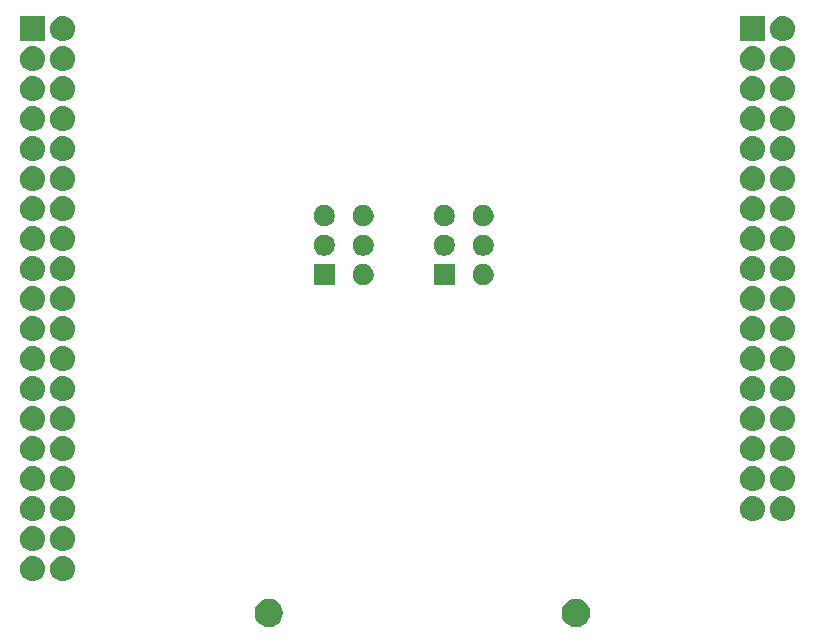
<source format=gbs>
G04 #@! TF.GenerationSoftware,KiCad,Pcbnew,5.0.1*
G04 #@! TF.CreationDate,2018-11-27T23:31:16+01:00*
G04 #@! TF.ProjectId,STM_Morpho,53544D5F4D6F7270686F2E6B69636164,rev?*
G04 #@! TF.SameCoordinates,Original*
G04 #@! TF.FileFunction,Soldermask,Bot*
G04 #@! TF.FilePolarity,Negative*
%FSLAX46Y46*%
G04 Gerber Fmt 4.6, Leading zero omitted, Abs format (unit mm)*
G04 Created by KiCad (PCBNEW 5.0.1) date Tue 27 Nov 2018 11:31:16 PM CET*
%MOMM*%
%LPD*%
G01*
G04 APERTURE LIST*
%ADD10C,0.100000*%
G04 APERTURE END LIST*
D10*
G36*
X179600026Y-119546115D02*
X179818412Y-119636573D01*
X180014958Y-119767901D01*
X180182099Y-119935042D01*
X180313427Y-120131588D01*
X180403885Y-120349974D01*
X180450000Y-120581809D01*
X180450000Y-120818191D01*
X180403885Y-121050026D01*
X180313427Y-121268412D01*
X180182099Y-121464958D01*
X180014958Y-121632099D01*
X179818412Y-121763427D01*
X179600026Y-121853885D01*
X179368191Y-121900000D01*
X179131809Y-121900000D01*
X178899974Y-121853885D01*
X178681588Y-121763427D01*
X178485042Y-121632099D01*
X178317901Y-121464958D01*
X178186573Y-121268412D01*
X178096115Y-121050026D01*
X178050000Y-120818191D01*
X178050000Y-120581809D01*
X178096115Y-120349974D01*
X178186573Y-120131588D01*
X178317901Y-119935042D01*
X178485042Y-119767901D01*
X178681588Y-119636573D01*
X178899974Y-119546115D01*
X179131809Y-119500000D01*
X179368191Y-119500000D01*
X179600026Y-119546115D01*
X179600026Y-119546115D01*
G37*
G36*
X153600026Y-119546115D02*
X153818412Y-119636573D01*
X154014958Y-119767901D01*
X154182099Y-119935042D01*
X154313427Y-120131588D01*
X154403885Y-120349974D01*
X154450000Y-120581809D01*
X154450000Y-120818191D01*
X154403885Y-121050026D01*
X154313427Y-121268412D01*
X154182099Y-121464958D01*
X154014958Y-121632099D01*
X153818412Y-121763427D01*
X153600026Y-121853885D01*
X153368191Y-121900000D01*
X153131809Y-121900000D01*
X152899974Y-121853885D01*
X152681588Y-121763427D01*
X152485042Y-121632099D01*
X152317901Y-121464958D01*
X152186573Y-121268412D01*
X152096115Y-121050026D01*
X152050000Y-120818191D01*
X152050000Y-120581809D01*
X152096115Y-120349974D01*
X152186573Y-120131588D01*
X152317901Y-119935042D01*
X152485042Y-119767901D01*
X152681588Y-119636573D01*
X152899974Y-119546115D01*
X153131809Y-119500000D01*
X153368191Y-119500000D01*
X153600026Y-119546115D01*
X153600026Y-119546115D01*
G37*
G36*
X135998503Y-115911789D02*
X136198991Y-115972607D01*
X136383764Y-116071369D01*
X136545718Y-116204282D01*
X136678631Y-116366236D01*
X136777393Y-116551009D01*
X136838211Y-116751497D01*
X136858746Y-116960000D01*
X136838211Y-117168503D01*
X136777393Y-117368991D01*
X136678631Y-117553764D01*
X136545718Y-117715718D01*
X136383764Y-117848631D01*
X136198991Y-117947393D01*
X135998503Y-118008211D01*
X135842251Y-118023600D01*
X135737749Y-118023600D01*
X135581497Y-118008211D01*
X135381009Y-117947393D01*
X135196236Y-117848631D01*
X135034282Y-117715718D01*
X134901369Y-117553764D01*
X134802607Y-117368991D01*
X134741789Y-117168503D01*
X134721254Y-116960000D01*
X134741789Y-116751497D01*
X134802607Y-116551009D01*
X134901369Y-116366236D01*
X135034282Y-116204282D01*
X135196236Y-116071369D01*
X135381009Y-115972607D01*
X135581497Y-115911789D01*
X135737749Y-115896400D01*
X135842251Y-115896400D01*
X135998503Y-115911789D01*
X135998503Y-115911789D01*
G37*
G36*
X133458503Y-115911789D02*
X133658991Y-115972607D01*
X133843764Y-116071369D01*
X134005718Y-116204282D01*
X134138631Y-116366236D01*
X134237393Y-116551009D01*
X134298211Y-116751497D01*
X134318746Y-116960000D01*
X134298211Y-117168503D01*
X134237393Y-117368991D01*
X134138631Y-117553764D01*
X134005718Y-117715718D01*
X133843764Y-117848631D01*
X133658991Y-117947393D01*
X133458503Y-118008211D01*
X133302251Y-118023600D01*
X133197749Y-118023600D01*
X133041497Y-118008211D01*
X132841009Y-117947393D01*
X132656236Y-117848631D01*
X132494282Y-117715718D01*
X132361369Y-117553764D01*
X132262607Y-117368991D01*
X132201789Y-117168503D01*
X132181254Y-116960000D01*
X132201789Y-116751497D01*
X132262607Y-116551009D01*
X132361369Y-116366236D01*
X132494282Y-116204282D01*
X132656236Y-116071369D01*
X132841009Y-115972607D01*
X133041497Y-115911789D01*
X133197749Y-115896400D01*
X133302251Y-115896400D01*
X133458503Y-115911789D01*
X133458503Y-115911789D01*
G37*
G36*
X133458503Y-113371789D02*
X133658991Y-113432607D01*
X133843764Y-113531369D01*
X134005718Y-113664282D01*
X134138631Y-113826236D01*
X134237393Y-114011009D01*
X134298211Y-114211497D01*
X134318746Y-114420000D01*
X134298211Y-114628503D01*
X134237393Y-114828991D01*
X134138631Y-115013764D01*
X134005718Y-115175718D01*
X133843764Y-115308631D01*
X133658991Y-115407393D01*
X133458503Y-115468211D01*
X133302251Y-115483600D01*
X133197749Y-115483600D01*
X133041497Y-115468211D01*
X132841009Y-115407393D01*
X132656236Y-115308631D01*
X132494282Y-115175718D01*
X132361369Y-115013764D01*
X132262607Y-114828991D01*
X132201789Y-114628503D01*
X132181254Y-114420000D01*
X132201789Y-114211497D01*
X132262607Y-114011009D01*
X132361369Y-113826236D01*
X132494282Y-113664282D01*
X132656236Y-113531369D01*
X132841009Y-113432607D01*
X133041497Y-113371789D01*
X133197749Y-113356400D01*
X133302251Y-113356400D01*
X133458503Y-113371789D01*
X133458503Y-113371789D01*
G37*
G36*
X135998503Y-113371789D02*
X136198991Y-113432607D01*
X136383764Y-113531369D01*
X136545718Y-113664282D01*
X136678631Y-113826236D01*
X136777393Y-114011009D01*
X136838211Y-114211497D01*
X136858746Y-114420000D01*
X136838211Y-114628503D01*
X136777393Y-114828991D01*
X136678631Y-115013764D01*
X136545718Y-115175718D01*
X136383764Y-115308631D01*
X136198991Y-115407393D01*
X135998503Y-115468211D01*
X135842251Y-115483600D01*
X135737749Y-115483600D01*
X135581497Y-115468211D01*
X135381009Y-115407393D01*
X135196236Y-115308631D01*
X135034282Y-115175718D01*
X134901369Y-115013764D01*
X134802607Y-114828991D01*
X134741789Y-114628503D01*
X134721254Y-114420000D01*
X134741789Y-114211497D01*
X134802607Y-114011009D01*
X134901369Y-113826236D01*
X135034282Y-113664282D01*
X135196236Y-113531369D01*
X135381009Y-113432607D01*
X135581497Y-113371789D01*
X135737749Y-113356400D01*
X135842251Y-113356400D01*
X135998503Y-113371789D01*
X135998503Y-113371789D01*
G37*
G36*
X196958503Y-110831789D02*
X197158991Y-110892607D01*
X197343764Y-110991369D01*
X197505718Y-111124282D01*
X197638631Y-111286236D01*
X197737393Y-111471009D01*
X197798211Y-111671497D01*
X197818746Y-111880000D01*
X197798211Y-112088503D01*
X197737393Y-112288991D01*
X197638631Y-112473764D01*
X197505718Y-112635718D01*
X197343764Y-112768631D01*
X197158991Y-112867393D01*
X196958503Y-112928211D01*
X196802251Y-112943600D01*
X196697749Y-112943600D01*
X196541497Y-112928211D01*
X196341009Y-112867393D01*
X196156236Y-112768631D01*
X195994282Y-112635718D01*
X195861369Y-112473764D01*
X195762607Y-112288991D01*
X195701789Y-112088503D01*
X195681254Y-111880000D01*
X195701789Y-111671497D01*
X195762607Y-111471009D01*
X195861369Y-111286236D01*
X195994282Y-111124282D01*
X196156236Y-110991369D01*
X196341009Y-110892607D01*
X196541497Y-110831789D01*
X196697749Y-110816400D01*
X196802251Y-110816400D01*
X196958503Y-110831789D01*
X196958503Y-110831789D01*
G37*
G36*
X194418503Y-110831789D02*
X194618991Y-110892607D01*
X194803764Y-110991369D01*
X194965718Y-111124282D01*
X195098631Y-111286236D01*
X195197393Y-111471009D01*
X195258211Y-111671497D01*
X195278746Y-111880000D01*
X195258211Y-112088503D01*
X195197393Y-112288991D01*
X195098631Y-112473764D01*
X194965718Y-112635718D01*
X194803764Y-112768631D01*
X194618991Y-112867393D01*
X194418503Y-112928211D01*
X194262251Y-112943600D01*
X194157749Y-112943600D01*
X194001497Y-112928211D01*
X193801009Y-112867393D01*
X193616236Y-112768631D01*
X193454282Y-112635718D01*
X193321369Y-112473764D01*
X193222607Y-112288991D01*
X193161789Y-112088503D01*
X193141254Y-111880000D01*
X193161789Y-111671497D01*
X193222607Y-111471009D01*
X193321369Y-111286236D01*
X193454282Y-111124282D01*
X193616236Y-110991369D01*
X193801009Y-110892607D01*
X194001497Y-110831789D01*
X194157749Y-110816400D01*
X194262251Y-110816400D01*
X194418503Y-110831789D01*
X194418503Y-110831789D01*
G37*
G36*
X135998503Y-110831789D02*
X136198991Y-110892607D01*
X136383764Y-110991369D01*
X136545718Y-111124282D01*
X136678631Y-111286236D01*
X136777393Y-111471009D01*
X136838211Y-111671497D01*
X136858746Y-111880000D01*
X136838211Y-112088503D01*
X136777393Y-112288991D01*
X136678631Y-112473764D01*
X136545718Y-112635718D01*
X136383764Y-112768631D01*
X136198991Y-112867393D01*
X135998503Y-112928211D01*
X135842251Y-112943600D01*
X135737749Y-112943600D01*
X135581497Y-112928211D01*
X135381009Y-112867393D01*
X135196236Y-112768631D01*
X135034282Y-112635718D01*
X134901369Y-112473764D01*
X134802607Y-112288991D01*
X134741789Y-112088503D01*
X134721254Y-111880000D01*
X134741789Y-111671497D01*
X134802607Y-111471009D01*
X134901369Y-111286236D01*
X135034282Y-111124282D01*
X135196236Y-110991369D01*
X135381009Y-110892607D01*
X135581497Y-110831789D01*
X135737749Y-110816400D01*
X135842251Y-110816400D01*
X135998503Y-110831789D01*
X135998503Y-110831789D01*
G37*
G36*
X133458503Y-110831789D02*
X133658991Y-110892607D01*
X133843764Y-110991369D01*
X134005718Y-111124282D01*
X134138631Y-111286236D01*
X134237393Y-111471009D01*
X134298211Y-111671497D01*
X134318746Y-111880000D01*
X134298211Y-112088503D01*
X134237393Y-112288991D01*
X134138631Y-112473764D01*
X134005718Y-112635718D01*
X133843764Y-112768631D01*
X133658991Y-112867393D01*
X133458503Y-112928211D01*
X133302251Y-112943600D01*
X133197749Y-112943600D01*
X133041497Y-112928211D01*
X132841009Y-112867393D01*
X132656236Y-112768631D01*
X132494282Y-112635718D01*
X132361369Y-112473764D01*
X132262607Y-112288991D01*
X132201789Y-112088503D01*
X132181254Y-111880000D01*
X132201789Y-111671497D01*
X132262607Y-111471009D01*
X132361369Y-111286236D01*
X132494282Y-111124282D01*
X132656236Y-110991369D01*
X132841009Y-110892607D01*
X133041497Y-110831789D01*
X133197749Y-110816400D01*
X133302251Y-110816400D01*
X133458503Y-110831789D01*
X133458503Y-110831789D01*
G37*
G36*
X135998503Y-108291789D02*
X136198991Y-108352607D01*
X136383764Y-108451369D01*
X136545718Y-108584282D01*
X136678631Y-108746236D01*
X136777393Y-108931009D01*
X136838211Y-109131497D01*
X136858746Y-109340000D01*
X136838211Y-109548503D01*
X136777393Y-109748991D01*
X136678631Y-109933764D01*
X136545718Y-110095718D01*
X136383764Y-110228631D01*
X136198991Y-110327393D01*
X135998503Y-110388211D01*
X135842251Y-110403600D01*
X135737749Y-110403600D01*
X135581497Y-110388211D01*
X135381009Y-110327393D01*
X135196236Y-110228631D01*
X135034282Y-110095718D01*
X134901369Y-109933764D01*
X134802607Y-109748991D01*
X134741789Y-109548503D01*
X134721254Y-109340000D01*
X134741789Y-109131497D01*
X134802607Y-108931009D01*
X134901369Y-108746236D01*
X135034282Y-108584282D01*
X135196236Y-108451369D01*
X135381009Y-108352607D01*
X135581497Y-108291789D01*
X135737749Y-108276400D01*
X135842251Y-108276400D01*
X135998503Y-108291789D01*
X135998503Y-108291789D01*
G37*
G36*
X133458503Y-108291789D02*
X133658991Y-108352607D01*
X133843764Y-108451369D01*
X134005718Y-108584282D01*
X134138631Y-108746236D01*
X134237393Y-108931009D01*
X134298211Y-109131497D01*
X134318746Y-109340000D01*
X134298211Y-109548503D01*
X134237393Y-109748991D01*
X134138631Y-109933764D01*
X134005718Y-110095718D01*
X133843764Y-110228631D01*
X133658991Y-110327393D01*
X133458503Y-110388211D01*
X133302251Y-110403600D01*
X133197749Y-110403600D01*
X133041497Y-110388211D01*
X132841009Y-110327393D01*
X132656236Y-110228631D01*
X132494282Y-110095718D01*
X132361369Y-109933764D01*
X132262607Y-109748991D01*
X132201789Y-109548503D01*
X132181254Y-109340000D01*
X132201789Y-109131497D01*
X132262607Y-108931009D01*
X132361369Y-108746236D01*
X132494282Y-108584282D01*
X132656236Y-108451369D01*
X132841009Y-108352607D01*
X133041497Y-108291789D01*
X133197749Y-108276400D01*
X133302251Y-108276400D01*
X133458503Y-108291789D01*
X133458503Y-108291789D01*
G37*
G36*
X194418503Y-108291789D02*
X194618991Y-108352607D01*
X194803764Y-108451369D01*
X194965718Y-108584282D01*
X195098631Y-108746236D01*
X195197393Y-108931009D01*
X195258211Y-109131497D01*
X195278746Y-109340000D01*
X195258211Y-109548503D01*
X195197393Y-109748991D01*
X195098631Y-109933764D01*
X194965718Y-110095718D01*
X194803764Y-110228631D01*
X194618991Y-110327393D01*
X194418503Y-110388211D01*
X194262251Y-110403600D01*
X194157749Y-110403600D01*
X194001497Y-110388211D01*
X193801009Y-110327393D01*
X193616236Y-110228631D01*
X193454282Y-110095718D01*
X193321369Y-109933764D01*
X193222607Y-109748991D01*
X193161789Y-109548503D01*
X193141254Y-109340000D01*
X193161789Y-109131497D01*
X193222607Y-108931009D01*
X193321369Y-108746236D01*
X193454282Y-108584282D01*
X193616236Y-108451369D01*
X193801009Y-108352607D01*
X194001497Y-108291789D01*
X194157749Y-108276400D01*
X194262251Y-108276400D01*
X194418503Y-108291789D01*
X194418503Y-108291789D01*
G37*
G36*
X196958503Y-108291789D02*
X197158991Y-108352607D01*
X197343764Y-108451369D01*
X197505718Y-108584282D01*
X197638631Y-108746236D01*
X197737393Y-108931009D01*
X197798211Y-109131497D01*
X197818746Y-109340000D01*
X197798211Y-109548503D01*
X197737393Y-109748991D01*
X197638631Y-109933764D01*
X197505718Y-110095718D01*
X197343764Y-110228631D01*
X197158991Y-110327393D01*
X196958503Y-110388211D01*
X196802251Y-110403600D01*
X196697749Y-110403600D01*
X196541497Y-110388211D01*
X196341009Y-110327393D01*
X196156236Y-110228631D01*
X195994282Y-110095718D01*
X195861369Y-109933764D01*
X195762607Y-109748991D01*
X195701789Y-109548503D01*
X195681254Y-109340000D01*
X195701789Y-109131497D01*
X195762607Y-108931009D01*
X195861369Y-108746236D01*
X195994282Y-108584282D01*
X196156236Y-108451369D01*
X196341009Y-108352607D01*
X196541497Y-108291789D01*
X196697749Y-108276400D01*
X196802251Y-108276400D01*
X196958503Y-108291789D01*
X196958503Y-108291789D01*
G37*
G36*
X196958503Y-105751789D02*
X197158991Y-105812607D01*
X197343764Y-105911369D01*
X197505718Y-106044282D01*
X197638631Y-106206236D01*
X197737393Y-106391009D01*
X197798211Y-106591497D01*
X197818746Y-106800000D01*
X197798211Y-107008503D01*
X197737393Y-107208991D01*
X197638631Y-107393764D01*
X197505718Y-107555718D01*
X197343764Y-107688631D01*
X197158991Y-107787393D01*
X196958503Y-107848211D01*
X196802251Y-107863600D01*
X196697749Y-107863600D01*
X196541497Y-107848211D01*
X196341009Y-107787393D01*
X196156236Y-107688631D01*
X195994282Y-107555718D01*
X195861369Y-107393764D01*
X195762607Y-107208991D01*
X195701789Y-107008503D01*
X195681254Y-106800000D01*
X195701789Y-106591497D01*
X195762607Y-106391009D01*
X195861369Y-106206236D01*
X195994282Y-106044282D01*
X196156236Y-105911369D01*
X196341009Y-105812607D01*
X196541497Y-105751789D01*
X196697749Y-105736400D01*
X196802251Y-105736400D01*
X196958503Y-105751789D01*
X196958503Y-105751789D01*
G37*
G36*
X133458503Y-105751789D02*
X133658991Y-105812607D01*
X133843764Y-105911369D01*
X134005718Y-106044282D01*
X134138631Y-106206236D01*
X134237393Y-106391009D01*
X134298211Y-106591497D01*
X134318746Y-106800000D01*
X134298211Y-107008503D01*
X134237393Y-107208991D01*
X134138631Y-107393764D01*
X134005718Y-107555718D01*
X133843764Y-107688631D01*
X133658991Y-107787393D01*
X133458503Y-107848211D01*
X133302251Y-107863600D01*
X133197749Y-107863600D01*
X133041497Y-107848211D01*
X132841009Y-107787393D01*
X132656236Y-107688631D01*
X132494282Y-107555718D01*
X132361369Y-107393764D01*
X132262607Y-107208991D01*
X132201789Y-107008503D01*
X132181254Y-106800000D01*
X132201789Y-106591497D01*
X132262607Y-106391009D01*
X132361369Y-106206236D01*
X132494282Y-106044282D01*
X132656236Y-105911369D01*
X132841009Y-105812607D01*
X133041497Y-105751789D01*
X133197749Y-105736400D01*
X133302251Y-105736400D01*
X133458503Y-105751789D01*
X133458503Y-105751789D01*
G37*
G36*
X135998503Y-105751789D02*
X136198991Y-105812607D01*
X136383764Y-105911369D01*
X136545718Y-106044282D01*
X136678631Y-106206236D01*
X136777393Y-106391009D01*
X136838211Y-106591497D01*
X136858746Y-106800000D01*
X136838211Y-107008503D01*
X136777393Y-107208991D01*
X136678631Y-107393764D01*
X136545718Y-107555718D01*
X136383764Y-107688631D01*
X136198991Y-107787393D01*
X135998503Y-107848211D01*
X135842251Y-107863600D01*
X135737749Y-107863600D01*
X135581497Y-107848211D01*
X135381009Y-107787393D01*
X135196236Y-107688631D01*
X135034282Y-107555718D01*
X134901369Y-107393764D01*
X134802607Y-107208991D01*
X134741789Y-107008503D01*
X134721254Y-106800000D01*
X134741789Y-106591497D01*
X134802607Y-106391009D01*
X134901369Y-106206236D01*
X135034282Y-106044282D01*
X135196236Y-105911369D01*
X135381009Y-105812607D01*
X135581497Y-105751789D01*
X135737749Y-105736400D01*
X135842251Y-105736400D01*
X135998503Y-105751789D01*
X135998503Y-105751789D01*
G37*
G36*
X194418503Y-105751789D02*
X194618991Y-105812607D01*
X194803764Y-105911369D01*
X194965718Y-106044282D01*
X195098631Y-106206236D01*
X195197393Y-106391009D01*
X195258211Y-106591497D01*
X195278746Y-106800000D01*
X195258211Y-107008503D01*
X195197393Y-107208991D01*
X195098631Y-107393764D01*
X194965718Y-107555718D01*
X194803764Y-107688631D01*
X194618991Y-107787393D01*
X194418503Y-107848211D01*
X194262251Y-107863600D01*
X194157749Y-107863600D01*
X194001497Y-107848211D01*
X193801009Y-107787393D01*
X193616236Y-107688631D01*
X193454282Y-107555718D01*
X193321369Y-107393764D01*
X193222607Y-107208991D01*
X193161789Y-107008503D01*
X193141254Y-106800000D01*
X193161789Y-106591497D01*
X193222607Y-106391009D01*
X193321369Y-106206236D01*
X193454282Y-106044282D01*
X193616236Y-105911369D01*
X193801009Y-105812607D01*
X194001497Y-105751789D01*
X194157749Y-105736400D01*
X194262251Y-105736400D01*
X194418503Y-105751789D01*
X194418503Y-105751789D01*
G37*
G36*
X194418503Y-103211789D02*
X194618991Y-103272607D01*
X194803764Y-103371369D01*
X194965718Y-103504282D01*
X195098631Y-103666236D01*
X195197393Y-103851009D01*
X195258211Y-104051497D01*
X195278746Y-104260000D01*
X195258211Y-104468503D01*
X195197393Y-104668991D01*
X195098631Y-104853764D01*
X194965718Y-105015718D01*
X194803764Y-105148631D01*
X194618991Y-105247393D01*
X194418503Y-105308211D01*
X194262251Y-105323600D01*
X194157749Y-105323600D01*
X194001497Y-105308211D01*
X193801009Y-105247393D01*
X193616236Y-105148631D01*
X193454282Y-105015718D01*
X193321369Y-104853764D01*
X193222607Y-104668991D01*
X193161789Y-104468503D01*
X193141254Y-104260000D01*
X193161789Y-104051497D01*
X193222607Y-103851009D01*
X193321369Y-103666236D01*
X193454282Y-103504282D01*
X193616236Y-103371369D01*
X193801009Y-103272607D01*
X194001497Y-103211789D01*
X194157749Y-103196400D01*
X194262251Y-103196400D01*
X194418503Y-103211789D01*
X194418503Y-103211789D01*
G37*
G36*
X196958503Y-103211789D02*
X197158991Y-103272607D01*
X197343764Y-103371369D01*
X197505718Y-103504282D01*
X197638631Y-103666236D01*
X197737393Y-103851009D01*
X197798211Y-104051497D01*
X197818746Y-104260000D01*
X197798211Y-104468503D01*
X197737393Y-104668991D01*
X197638631Y-104853764D01*
X197505718Y-105015718D01*
X197343764Y-105148631D01*
X197158991Y-105247393D01*
X196958503Y-105308211D01*
X196802251Y-105323600D01*
X196697749Y-105323600D01*
X196541497Y-105308211D01*
X196341009Y-105247393D01*
X196156236Y-105148631D01*
X195994282Y-105015718D01*
X195861369Y-104853764D01*
X195762607Y-104668991D01*
X195701789Y-104468503D01*
X195681254Y-104260000D01*
X195701789Y-104051497D01*
X195762607Y-103851009D01*
X195861369Y-103666236D01*
X195994282Y-103504282D01*
X196156236Y-103371369D01*
X196341009Y-103272607D01*
X196541497Y-103211789D01*
X196697749Y-103196400D01*
X196802251Y-103196400D01*
X196958503Y-103211789D01*
X196958503Y-103211789D01*
G37*
G36*
X135998503Y-103211789D02*
X136198991Y-103272607D01*
X136383764Y-103371369D01*
X136545718Y-103504282D01*
X136678631Y-103666236D01*
X136777393Y-103851009D01*
X136838211Y-104051497D01*
X136858746Y-104260000D01*
X136838211Y-104468503D01*
X136777393Y-104668991D01*
X136678631Y-104853764D01*
X136545718Y-105015718D01*
X136383764Y-105148631D01*
X136198991Y-105247393D01*
X135998503Y-105308211D01*
X135842251Y-105323600D01*
X135737749Y-105323600D01*
X135581497Y-105308211D01*
X135381009Y-105247393D01*
X135196236Y-105148631D01*
X135034282Y-105015718D01*
X134901369Y-104853764D01*
X134802607Y-104668991D01*
X134741789Y-104468503D01*
X134721254Y-104260000D01*
X134741789Y-104051497D01*
X134802607Y-103851009D01*
X134901369Y-103666236D01*
X135034282Y-103504282D01*
X135196236Y-103371369D01*
X135381009Y-103272607D01*
X135581497Y-103211789D01*
X135737749Y-103196400D01*
X135842251Y-103196400D01*
X135998503Y-103211789D01*
X135998503Y-103211789D01*
G37*
G36*
X133458503Y-103211789D02*
X133658991Y-103272607D01*
X133843764Y-103371369D01*
X134005718Y-103504282D01*
X134138631Y-103666236D01*
X134237393Y-103851009D01*
X134298211Y-104051497D01*
X134318746Y-104260000D01*
X134298211Y-104468503D01*
X134237393Y-104668991D01*
X134138631Y-104853764D01*
X134005718Y-105015718D01*
X133843764Y-105148631D01*
X133658991Y-105247393D01*
X133458503Y-105308211D01*
X133302251Y-105323600D01*
X133197749Y-105323600D01*
X133041497Y-105308211D01*
X132841009Y-105247393D01*
X132656236Y-105148631D01*
X132494282Y-105015718D01*
X132361369Y-104853764D01*
X132262607Y-104668991D01*
X132201789Y-104468503D01*
X132181254Y-104260000D01*
X132201789Y-104051497D01*
X132262607Y-103851009D01*
X132361369Y-103666236D01*
X132494282Y-103504282D01*
X132656236Y-103371369D01*
X132841009Y-103272607D01*
X133041497Y-103211789D01*
X133197749Y-103196400D01*
X133302251Y-103196400D01*
X133458503Y-103211789D01*
X133458503Y-103211789D01*
G37*
G36*
X133458503Y-100671789D02*
X133658991Y-100732607D01*
X133843764Y-100831369D01*
X134005718Y-100964282D01*
X134138631Y-101126236D01*
X134237393Y-101311009D01*
X134298211Y-101511497D01*
X134318746Y-101720000D01*
X134298211Y-101928503D01*
X134237393Y-102128991D01*
X134138631Y-102313764D01*
X134005718Y-102475718D01*
X133843764Y-102608631D01*
X133658991Y-102707393D01*
X133458503Y-102768211D01*
X133302251Y-102783600D01*
X133197749Y-102783600D01*
X133041497Y-102768211D01*
X132841009Y-102707393D01*
X132656236Y-102608631D01*
X132494282Y-102475718D01*
X132361369Y-102313764D01*
X132262607Y-102128991D01*
X132201789Y-101928503D01*
X132181254Y-101720000D01*
X132201789Y-101511497D01*
X132262607Y-101311009D01*
X132361369Y-101126236D01*
X132494282Y-100964282D01*
X132656236Y-100831369D01*
X132841009Y-100732607D01*
X133041497Y-100671789D01*
X133197749Y-100656400D01*
X133302251Y-100656400D01*
X133458503Y-100671789D01*
X133458503Y-100671789D01*
G37*
G36*
X196958503Y-100671789D02*
X197158991Y-100732607D01*
X197343764Y-100831369D01*
X197505718Y-100964282D01*
X197638631Y-101126236D01*
X197737393Y-101311009D01*
X197798211Y-101511497D01*
X197818746Y-101720000D01*
X197798211Y-101928503D01*
X197737393Y-102128991D01*
X197638631Y-102313764D01*
X197505718Y-102475718D01*
X197343764Y-102608631D01*
X197158991Y-102707393D01*
X196958503Y-102768211D01*
X196802251Y-102783600D01*
X196697749Y-102783600D01*
X196541497Y-102768211D01*
X196341009Y-102707393D01*
X196156236Y-102608631D01*
X195994282Y-102475718D01*
X195861369Y-102313764D01*
X195762607Y-102128991D01*
X195701789Y-101928503D01*
X195681254Y-101720000D01*
X195701789Y-101511497D01*
X195762607Y-101311009D01*
X195861369Y-101126236D01*
X195994282Y-100964282D01*
X196156236Y-100831369D01*
X196341009Y-100732607D01*
X196541497Y-100671789D01*
X196697749Y-100656400D01*
X196802251Y-100656400D01*
X196958503Y-100671789D01*
X196958503Y-100671789D01*
G37*
G36*
X194418503Y-100671789D02*
X194618991Y-100732607D01*
X194803764Y-100831369D01*
X194965718Y-100964282D01*
X195098631Y-101126236D01*
X195197393Y-101311009D01*
X195258211Y-101511497D01*
X195278746Y-101720000D01*
X195258211Y-101928503D01*
X195197393Y-102128991D01*
X195098631Y-102313764D01*
X194965718Y-102475718D01*
X194803764Y-102608631D01*
X194618991Y-102707393D01*
X194418503Y-102768211D01*
X194262251Y-102783600D01*
X194157749Y-102783600D01*
X194001497Y-102768211D01*
X193801009Y-102707393D01*
X193616236Y-102608631D01*
X193454282Y-102475718D01*
X193321369Y-102313764D01*
X193222607Y-102128991D01*
X193161789Y-101928503D01*
X193141254Y-101720000D01*
X193161789Y-101511497D01*
X193222607Y-101311009D01*
X193321369Y-101126236D01*
X193454282Y-100964282D01*
X193616236Y-100831369D01*
X193801009Y-100732607D01*
X194001497Y-100671789D01*
X194157749Y-100656400D01*
X194262251Y-100656400D01*
X194418503Y-100671789D01*
X194418503Y-100671789D01*
G37*
G36*
X135998503Y-100671789D02*
X136198991Y-100732607D01*
X136383764Y-100831369D01*
X136545718Y-100964282D01*
X136678631Y-101126236D01*
X136777393Y-101311009D01*
X136838211Y-101511497D01*
X136858746Y-101720000D01*
X136838211Y-101928503D01*
X136777393Y-102128991D01*
X136678631Y-102313764D01*
X136545718Y-102475718D01*
X136383764Y-102608631D01*
X136198991Y-102707393D01*
X135998503Y-102768211D01*
X135842251Y-102783600D01*
X135737749Y-102783600D01*
X135581497Y-102768211D01*
X135381009Y-102707393D01*
X135196236Y-102608631D01*
X135034282Y-102475718D01*
X134901369Y-102313764D01*
X134802607Y-102128991D01*
X134741789Y-101928503D01*
X134721254Y-101720000D01*
X134741789Y-101511497D01*
X134802607Y-101311009D01*
X134901369Y-101126236D01*
X135034282Y-100964282D01*
X135196236Y-100831369D01*
X135381009Y-100732607D01*
X135581497Y-100671789D01*
X135737749Y-100656400D01*
X135842251Y-100656400D01*
X135998503Y-100671789D01*
X135998503Y-100671789D01*
G37*
G36*
X196958503Y-98131789D02*
X197158991Y-98192607D01*
X197343764Y-98291369D01*
X197505718Y-98424282D01*
X197638631Y-98586236D01*
X197737393Y-98771009D01*
X197798211Y-98971497D01*
X197818746Y-99180000D01*
X197798211Y-99388503D01*
X197737393Y-99588991D01*
X197638631Y-99773764D01*
X197505718Y-99935718D01*
X197343764Y-100068631D01*
X197158991Y-100167393D01*
X196958503Y-100228211D01*
X196802251Y-100243600D01*
X196697749Y-100243600D01*
X196541497Y-100228211D01*
X196341009Y-100167393D01*
X196156236Y-100068631D01*
X195994282Y-99935718D01*
X195861369Y-99773764D01*
X195762607Y-99588991D01*
X195701789Y-99388503D01*
X195681254Y-99180000D01*
X195701789Y-98971497D01*
X195762607Y-98771009D01*
X195861369Y-98586236D01*
X195994282Y-98424282D01*
X196156236Y-98291369D01*
X196341009Y-98192607D01*
X196541497Y-98131789D01*
X196697749Y-98116400D01*
X196802251Y-98116400D01*
X196958503Y-98131789D01*
X196958503Y-98131789D01*
G37*
G36*
X194418503Y-98131789D02*
X194618991Y-98192607D01*
X194803764Y-98291369D01*
X194965718Y-98424282D01*
X195098631Y-98586236D01*
X195197393Y-98771009D01*
X195258211Y-98971497D01*
X195278746Y-99180000D01*
X195258211Y-99388503D01*
X195197393Y-99588991D01*
X195098631Y-99773764D01*
X194965718Y-99935718D01*
X194803764Y-100068631D01*
X194618991Y-100167393D01*
X194418503Y-100228211D01*
X194262251Y-100243600D01*
X194157749Y-100243600D01*
X194001497Y-100228211D01*
X193801009Y-100167393D01*
X193616236Y-100068631D01*
X193454282Y-99935718D01*
X193321369Y-99773764D01*
X193222607Y-99588991D01*
X193161789Y-99388503D01*
X193141254Y-99180000D01*
X193161789Y-98971497D01*
X193222607Y-98771009D01*
X193321369Y-98586236D01*
X193454282Y-98424282D01*
X193616236Y-98291369D01*
X193801009Y-98192607D01*
X194001497Y-98131789D01*
X194157749Y-98116400D01*
X194262251Y-98116400D01*
X194418503Y-98131789D01*
X194418503Y-98131789D01*
G37*
G36*
X133458503Y-98131789D02*
X133658991Y-98192607D01*
X133843764Y-98291369D01*
X134005718Y-98424282D01*
X134138631Y-98586236D01*
X134237393Y-98771009D01*
X134298211Y-98971497D01*
X134318746Y-99180000D01*
X134298211Y-99388503D01*
X134237393Y-99588991D01*
X134138631Y-99773764D01*
X134005718Y-99935718D01*
X133843764Y-100068631D01*
X133658991Y-100167393D01*
X133458503Y-100228211D01*
X133302251Y-100243600D01*
X133197749Y-100243600D01*
X133041497Y-100228211D01*
X132841009Y-100167393D01*
X132656236Y-100068631D01*
X132494282Y-99935718D01*
X132361369Y-99773764D01*
X132262607Y-99588991D01*
X132201789Y-99388503D01*
X132181254Y-99180000D01*
X132201789Y-98971497D01*
X132262607Y-98771009D01*
X132361369Y-98586236D01*
X132494282Y-98424282D01*
X132656236Y-98291369D01*
X132841009Y-98192607D01*
X133041497Y-98131789D01*
X133197749Y-98116400D01*
X133302251Y-98116400D01*
X133458503Y-98131789D01*
X133458503Y-98131789D01*
G37*
G36*
X135998503Y-98131789D02*
X136198991Y-98192607D01*
X136383764Y-98291369D01*
X136545718Y-98424282D01*
X136678631Y-98586236D01*
X136777393Y-98771009D01*
X136838211Y-98971497D01*
X136858746Y-99180000D01*
X136838211Y-99388503D01*
X136777393Y-99588991D01*
X136678631Y-99773764D01*
X136545718Y-99935718D01*
X136383764Y-100068631D01*
X136198991Y-100167393D01*
X135998503Y-100228211D01*
X135842251Y-100243600D01*
X135737749Y-100243600D01*
X135581497Y-100228211D01*
X135381009Y-100167393D01*
X135196236Y-100068631D01*
X135034282Y-99935718D01*
X134901369Y-99773764D01*
X134802607Y-99588991D01*
X134741789Y-99388503D01*
X134721254Y-99180000D01*
X134741789Y-98971497D01*
X134802607Y-98771009D01*
X134901369Y-98586236D01*
X135034282Y-98424282D01*
X135196236Y-98291369D01*
X135381009Y-98192607D01*
X135581497Y-98131789D01*
X135737749Y-98116400D01*
X135842251Y-98116400D01*
X135998503Y-98131789D01*
X135998503Y-98131789D01*
G37*
G36*
X135998503Y-95591789D02*
X136198991Y-95652607D01*
X136383764Y-95751369D01*
X136545718Y-95884282D01*
X136678631Y-96046236D01*
X136777393Y-96231009D01*
X136838211Y-96431497D01*
X136858746Y-96640000D01*
X136838211Y-96848503D01*
X136777393Y-97048991D01*
X136678631Y-97233764D01*
X136545718Y-97395718D01*
X136383764Y-97528631D01*
X136198991Y-97627393D01*
X135998503Y-97688211D01*
X135842251Y-97703600D01*
X135737749Y-97703600D01*
X135581497Y-97688211D01*
X135381009Y-97627393D01*
X135196236Y-97528631D01*
X135034282Y-97395718D01*
X134901369Y-97233764D01*
X134802607Y-97048991D01*
X134741789Y-96848503D01*
X134721254Y-96640000D01*
X134741789Y-96431497D01*
X134802607Y-96231009D01*
X134901369Y-96046236D01*
X135034282Y-95884282D01*
X135196236Y-95751369D01*
X135381009Y-95652607D01*
X135581497Y-95591789D01*
X135737749Y-95576400D01*
X135842251Y-95576400D01*
X135998503Y-95591789D01*
X135998503Y-95591789D01*
G37*
G36*
X133458503Y-95591789D02*
X133658991Y-95652607D01*
X133843764Y-95751369D01*
X134005718Y-95884282D01*
X134138631Y-96046236D01*
X134237393Y-96231009D01*
X134298211Y-96431497D01*
X134318746Y-96640000D01*
X134298211Y-96848503D01*
X134237393Y-97048991D01*
X134138631Y-97233764D01*
X134005718Y-97395718D01*
X133843764Y-97528631D01*
X133658991Y-97627393D01*
X133458503Y-97688211D01*
X133302251Y-97703600D01*
X133197749Y-97703600D01*
X133041497Y-97688211D01*
X132841009Y-97627393D01*
X132656236Y-97528631D01*
X132494282Y-97395718D01*
X132361369Y-97233764D01*
X132262607Y-97048991D01*
X132201789Y-96848503D01*
X132181254Y-96640000D01*
X132201789Y-96431497D01*
X132262607Y-96231009D01*
X132361369Y-96046236D01*
X132494282Y-95884282D01*
X132656236Y-95751369D01*
X132841009Y-95652607D01*
X133041497Y-95591789D01*
X133197749Y-95576400D01*
X133302251Y-95576400D01*
X133458503Y-95591789D01*
X133458503Y-95591789D01*
G37*
G36*
X194418503Y-95591789D02*
X194618991Y-95652607D01*
X194803764Y-95751369D01*
X194965718Y-95884282D01*
X195098631Y-96046236D01*
X195197393Y-96231009D01*
X195258211Y-96431497D01*
X195278746Y-96640000D01*
X195258211Y-96848503D01*
X195197393Y-97048991D01*
X195098631Y-97233764D01*
X194965718Y-97395718D01*
X194803764Y-97528631D01*
X194618991Y-97627393D01*
X194418503Y-97688211D01*
X194262251Y-97703600D01*
X194157749Y-97703600D01*
X194001497Y-97688211D01*
X193801009Y-97627393D01*
X193616236Y-97528631D01*
X193454282Y-97395718D01*
X193321369Y-97233764D01*
X193222607Y-97048991D01*
X193161789Y-96848503D01*
X193141254Y-96640000D01*
X193161789Y-96431497D01*
X193222607Y-96231009D01*
X193321369Y-96046236D01*
X193454282Y-95884282D01*
X193616236Y-95751369D01*
X193801009Y-95652607D01*
X194001497Y-95591789D01*
X194157749Y-95576400D01*
X194262251Y-95576400D01*
X194418503Y-95591789D01*
X194418503Y-95591789D01*
G37*
G36*
X196958503Y-95591789D02*
X197158991Y-95652607D01*
X197343764Y-95751369D01*
X197505718Y-95884282D01*
X197638631Y-96046236D01*
X197737393Y-96231009D01*
X197798211Y-96431497D01*
X197818746Y-96640000D01*
X197798211Y-96848503D01*
X197737393Y-97048991D01*
X197638631Y-97233764D01*
X197505718Y-97395718D01*
X197343764Y-97528631D01*
X197158991Y-97627393D01*
X196958503Y-97688211D01*
X196802251Y-97703600D01*
X196697749Y-97703600D01*
X196541497Y-97688211D01*
X196341009Y-97627393D01*
X196156236Y-97528631D01*
X195994282Y-97395718D01*
X195861369Y-97233764D01*
X195762607Y-97048991D01*
X195701789Y-96848503D01*
X195681254Y-96640000D01*
X195701789Y-96431497D01*
X195762607Y-96231009D01*
X195861369Y-96046236D01*
X195994282Y-95884282D01*
X196156236Y-95751369D01*
X196341009Y-95652607D01*
X196541497Y-95591789D01*
X196697749Y-95576400D01*
X196802251Y-95576400D01*
X196958503Y-95591789D01*
X196958503Y-95591789D01*
G37*
G36*
X133458503Y-93051789D02*
X133658991Y-93112607D01*
X133843764Y-93211369D01*
X134005718Y-93344282D01*
X134138631Y-93506236D01*
X134237393Y-93691009D01*
X134298211Y-93891497D01*
X134318746Y-94100000D01*
X134298211Y-94308503D01*
X134237393Y-94508991D01*
X134138631Y-94693764D01*
X134005718Y-94855718D01*
X133843764Y-94988631D01*
X133658991Y-95087393D01*
X133458503Y-95148211D01*
X133302251Y-95163600D01*
X133197749Y-95163600D01*
X133041497Y-95148211D01*
X132841009Y-95087393D01*
X132656236Y-94988631D01*
X132494282Y-94855718D01*
X132361369Y-94693764D01*
X132262607Y-94508991D01*
X132201789Y-94308503D01*
X132181254Y-94100000D01*
X132201789Y-93891497D01*
X132262607Y-93691009D01*
X132361369Y-93506236D01*
X132494282Y-93344282D01*
X132656236Y-93211369D01*
X132841009Y-93112607D01*
X133041497Y-93051789D01*
X133197749Y-93036400D01*
X133302251Y-93036400D01*
X133458503Y-93051789D01*
X133458503Y-93051789D01*
G37*
G36*
X135998503Y-93051789D02*
X136198991Y-93112607D01*
X136383764Y-93211369D01*
X136545718Y-93344282D01*
X136678631Y-93506236D01*
X136777393Y-93691009D01*
X136838211Y-93891497D01*
X136858746Y-94100000D01*
X136838211Y-94308503D01*
X136777393Y-94508991D01*
X136678631Y-94693764D01*
X136545718Y-94855718D01*
X136383764Y-94988631D01*
X136198991Y-95087393D01*
X135998503Y-95148211D01*
X135842251Y-95163600D01*
X135737749Y-95163600D01*
X135581497Y-95148211D01*
X135381009Y-95087393D01*
X135196236Y-94988631D01*
X135034282Y-94855718D01*
X134901369Y-94693764D01*
X134802607Y-94508991D01*
X134741789Y-94308503D01*
X134721254Y-94100000D01*
X134741789Y-93891497D01*
X134802607Y-93691009D01*
X134901369Y-93506236D01*
X135034282Y-93344282D01*
X135196236Y-93211369D01*
X135381009Y-93112607D01*
X135581497Y-93051789D01*
X135737749Y-93036400D01*
X135842251Y-93036400D01*
X135998503Y-93051789D01*
X135998503Y-93051789D01*
G37*
G36*
X196958503Y-93051789D02*
X197158991Y-93112607D01*
X197343764Y-93211369D01*
X197505718Y-93344282D01*
X197638631Y-93506236D01*
X197737393Y-93691009D01*
X197798211Y-93891497D01*
X197818746Y-94100000D01*
X197798211Y-94308503D01*
X197737393Y-94508991D01*
X197638631Y-94693764D01*
X197505718Y-94855718D01*
X197343764Y-94988631D01*
X197158991Y-95087393D01*
X196958503Y-95148211D01*
X196802251Y-95163600D01*
X196697749Y-95163600D01*
X196541497Y-95148211D01*
X196341009Y-95087393D01*
X196156236Y-94988631D01*
X195994282Y-94855718D01*
X195861369Y-94693764D01*
X195762607Y-94508991D01*
X195701789Y-94308503D01*
X195681254Y-94100000D01*
X195701789Y-93891497D01*
X195762607Y-93691009D01*
X195861369Y-93506236D01*
X195994282Y-93344282D01*
X196156236Y-93211369D01*
X196341009Y-93112607D01*
X196541497Y-93051789D01*
X196697749Y-93036400D01*
X196802251Y-93036400D01*
X196958503Y-93051789D01*
X196958503Y-93051789D01*
G37*
G36*
X194418503Y-93051789D02*
X194618991Y-93112607D01*
X194803764Y-93211369D01*
X194965718Y-93344282D01*
X195098631Y-93506236D01*
X195197393Y-93691009D01*
X195258211Y-93891497D01*
X195278746Y-94100000D01*
X195258211Y-94308503D01*
X195197393Y-94508991D01*
X195098631Y-94693764D01*
X194965718Y-94855718D01*
X194803764Y-94988631D01*
X194618991Y-95087393D01*
X194418503Y-95148211D01*
X194262251Y-95163600D01*
X194157749Y-95163600D01*
X194001497Y-95148211D01*
X193801009Y-95087393D01*
X193616236Y-94988631D01*
X193454282Y-94855718D01*
X193321369Y-94693764D01*
X193222607Y-94508991D01*
X193161789Y-94308503D01*
X193141254Y-94100000D01*
X193161789Y-93891497D01*
X193222607Y-93691009D01*
X193321369Y-93506236D01*
X193454282Y-93344282D01*
X193616236Y-93211369D01*
X193801009Y-93112607D01*
X194001497Y-93051789D01*
X194157749Y-93036400D01*
X194262251Y-93036400D01*
X194418503Y-93051789D01*
X194418503Y-93051789D01*
G37*
G36*
X158840000Y-92960000D02*
X157040000Y-92960000D01*
X157040000Y-91160000D01*
X158840000Y-91160000D01*
X158840000Y-92960000D01*
X158840000Y-92960000D01*
G37*
G36*
X171662521Y-91194586D02*
X171826309Y-91262429D01*
X171973720Y-91360926D01*
X172099074Y-91486280D01*
X172197571Y-91633691D01*
X172265414Y-91797479D01*
X172300000Y-91971356D01*
X172300000Y-92148644D01*
X172265414Y-92322521D01*
X172197571Y-92486309D01*
X172099074Y-92633720D01*
X171973720Y-92759074D01*
X171826309Y-92857571D01*
X171662521Y-92925414D01*
X171488644Y-92960000D01*
X171311356Y-92960000D01*
X171137479Y-92925414D01*
X170973691Y-92857571D01*
X170826280Y-92759074D01*
X170700926Y-92633720D01*
X170602429Y-92486309D01*
X170534586Y-92322521D01*
X170500000Y-92148644D01*
X170500000Y-91971356D01*
X170534586Y-91797479D01*
X170602429Y-91633691D01*
X170700926Y-91486280D01*
X170826280Y-91360926D01*
X170973691Y-91262429D01*
X171137479Y-91194586D01*
X171311356Y-91160000D01*
X171488644Y-91160000D01*
X171662521Y-91194586D01*
X171662521Y-91194586D01*
G37*
G36*
X169000000Y-92960000D02*
X167200000Y-92960000D01*
X167200000Y-91160000D01*
X169000000Y-91160000D01*
X169000000Y-92960000D01*
X169000000Y-92960000D01*
G37*
G36*
X161502521Y-91194586D02*
X161666309Y-91262429D01*
X161813720Y-91360926D01*
X161939074Y-91486280D01*
X162037571Y-91633691D01*
X162105414Y-91797479D01*
X162140000Y-91971356D01*
X162140000Y-92148644D01*
X162105414Y-92322521D01*
X162037571Y-92486309D01*
X161939074Y-92633720D01*
X161813720Y-92759074D01*
X161666309Y-92857571D01*
X161502521Y-92925414D01*
X161328644Y-92960000D01*
X161151356Y-92960000D01*
X160977479Y-92925414D01*
X160813691Y-92857571D01*
X160666280Y-92759074D01*
X160540926Y-92633720D01*
X160442429Y-92486309D01*
X160374586Y-92322521D01*
X160340000Y-92148644D01*
X160340000Y-91971356D01*
X160374586Y-91797479D01*
X160442429Y-91633691D01*
X160540926Y-91486280D01*
X160666280Y-91360926D01*
X160813691Y-91262429D01*
X160977479Y-91194586D01*
X161151356Y-91160000D01*
X161328644Y-91160000D01*
X161502521Y-91194586D01*
X161502521Y-91194586D01*
G37*
G36*
X194418503Y-90511789D02*
X194618991Y-90572607D01*
X194803764Y-90671369D01*
X194965718Y-90804282D01*
X195098631Y-90966236D01*
X195197393Y-91151009D01*
X195258211Y-91351497D01*
X195278746Y-91560000D01*
X195258211Y-91768503D01*
X195197393Y-91968991D01*
X195098631Y-92153764D01*
X194965718Y-92315718D01*
X194803764Y-92448631D01*
X194618991Y-92547393D01*
X194418503Y-92608211D01*
X194262251Y-92623600D01*
X194157749Y-92623600D01*
X194001497Y-92608211D01*
X193801009Y-92547393D01*
X193616236Y-92448631D01*
X193454282Y-92315718D01*
X193321369Y-92153764D01*
X193222607Y-91968991D01*
X193161789Y-91768503D01*
X193141254Y-91560000D01*
X193161789Y-91351497D01*
X193222607Y-91151009D01*
X193321369Y-90966236D01*
X193454282Y-90804282D01*
X193616236Y-90671369D01*
X193801009Y-90572607D01*
X194001497Y-90511789D01*
X194157749Y-90496400D01*
X194262251Y-90496400D01*
X194418503Y-90511789D01*
X194418503Y-90511789D01*
G37*
G36*
X133458503Y-90511789D02*
X133658991Y-90572607D01*
X133843764Y-90671369D01*
X134005718Y-90804282D01*
X134138631Y-90966236D01*
X134237393Y-91151009D01*
X134298211Y-91351497D01*
X134318746Y-91560000D01*
X134298211Y-91768503D01*
X134237393Y-91968991D01*
X134138631Y-92153764D01*
X134005718Y-92315718D01*
X133843764Y-92448631D01*
X133658991Y-92547393D01*
X133458503Y-92608211D01*
X133302251Y-92623600D01*
X133197749Y-92623600D01*
X133041497Y-92608211D01*
X132841009Y-92547393D01*
X132656236Y-92448631D01*
X132494282Y-92315718D01*
X132361369Y-92153764D01*
X132262607Y-91968991D01*
X132201789Y-91768503D01*
X132181254Y-91560000D01*
X132201789Y-91351497D01*
X132262607Y-91151009D01*
X132361369Y-90966236D01*
X132494282Y-90804282D01*
X132656236Y-90671369D01*
X132841009Y-90572607D01*
X133041497Y-90511789D01*
X133197749Y-90496400D01*
X133302251Y-90496400D01*
X133458503Y-90511789D01*
X133458503Y-90511789D01*
G37*
G36*
X196958503Y-90511789D02*
X197158991Y-90572607D01*
X197343764Y-90671369D01*
X197505718Y-90804282D01*
X197638631Y-90966236D01*
X197737393Y-91151009D01*
X197798211Y-91351497D01*
X197818746Y-91560000D01*
X197798211Y-91768503D01*
X197737393Y-91968991D01*
X197638631Y-92153764D01*
X197505718Y-92315718D01*
X197343764Y-92448631D01*
X197158991Y-92547393D01*
X196958503Y-92608211D01*
X196802251Y-92623600D01*
X196697749Y-92623600D01*
X196541497Y-92608211D01*
X196341009Y-92547393D01*
X196156236Y-92448631D01*
X195994282Y-92315718D01*
X195861369Y-92153764D01*
X195762607Y-91968991D01*
X195701789Y-91768503D01*
X195681254Y-91560000D01*
X195701789Y-91351497D01*
X195762607Y-91151009D01*
X195861369Y-90966236D01*
X195994282Y-90804282D01*
X196156236Y-90671369D01*
X196341009Y-90572607D01*
X196541497Y-90511789D01*
X196697749Y-90496400D01*
X196802251Y-90496400D01*
X196958503Y-90511789D01*
X196958503Y-90511789D01*
G37*
G36*
X135998503Y-90511789D02*
X136198991Y-90572607D01*
X136383764Y-90671369D01*
X136545718Y-90804282D01*
X136678631Y-90966236D01*
X136777393Y-91151009D01*
X136838211Y-91351497D01*
X136858746Y-91560000D01*
X136838211Y-91768503D01*
X136777393Y-91968991D01*
X136678631Y-92153764D01*
X136545718Y-92315718D01*
X136383764Y-92448631D01*
X136198991Y-92547393D01*
X135998503Y-92608211D01*
X135842251Y-92623600D01*
X135737749Y-92623600D01*
X135581497Y-92608211D01*
X135381009Y-92547393D01*
X135196236Y-92448631D01*
X135034282Y-92315718D01*
X134901369Y-92153764D01*
X134802607Y-91968991D01*
X134741789Y-91768503D01*
X134721254Y-91560000D01*
X134741789Y-91351497D01*
X134802607Y-91151009D01*
X134901369Y-90966236D01*
X135034282Y-90804282D01*
X135196236Y-90671369D01*
X135381009Y-90572607D01*
X135581497Y-90511789D01*
X135737749Y-90496400D01*
X135842251Y-90496400D01*
X135998503Y-90511789D01*
X135998503Y-90511789D01*
G37*
G36*
X158202521Y-88694586D02*
X158366309Y-88762429D01*
X158513720Y-88860926D01*
X158639074Y-88986280D01*
X158737571Y-89133691D01*
X158805414Y-89297479D01*
X158840000Y-89471356D01*
X158840000Y-89648644D01*
X158805414Y-89822521D01*
X158737571Y-89986309D01*
X158639074Y-90133720D01*
X158513720Y-90259074D01*
X158366309Y-90357571D01*
X158202521Y-90425414D01*
X158028644Y-90460000D01*
X157851356Y-90460000D01*
X157677479Y-90425414D01*
X157513691Y-90357571D01*
X157366280Y-90259074D01*
X157240926Y-90133720D01*
X157142429Y-89986309D01*
X157074586Y-89822521D01*
X157040000Y-89648644D01*
X157040000Y-89471356D01*
X157074586Y-89297479D01*
X157142429Y-89133691D01*
X157240926Y-88986280D01*
X157366280Y-88860926D01*
X157513691Y-88762429D01*
X157677479Y-88694586D01*
X157851356Y-88660000D01*
X158028644Y-88660000D01*
X158202521Y-88694586D01*
X158202521Y-88694586D01*
G37*
G36*
X161502521Y-88694586D02*
X161666309Y-88762429D01*
X161813720Y-88860926D01*
X161939074Y-88986280D01*
X162037571Y-89133691D01*
X162105414Y-89297479D01*
X162140000Y-89471356D01*
X162140000Y-89648644D01*
X162105414Y-89822521D01*
X162037571Y-89986309D01*
X161939074Y-90133720D01*
X161813720Y-90259074D01*
X161666309Y-90357571D01*
X161502521Y-90425414D01*
X161328644Y-90460000D01*
X161151356Y-90460000D01*
X160977479Y-90425414D01*
X160813691Y-90357571D01*
X160666280Y-90259074D01*
X160540926Y-90133720D01*
X160442429Y-89986309D01*
X160374586Y-89822521D01*
X160340000Y-89648644D01*
X160340000Y-89471356D01*
X160374586Y-89297479D01*
X160442429Y-89133691D01*
X160540926Y-88986280D01*
X160666280Y-88860926D01*
X160813691Y-88762429D01*
X160977479Y-88694586D01*
X161151356Y-88660000D01*
X161328644Y-88660000D01*
X161502521Y-88694586D01*
X161502521Y-88694586D01*
G37*
G36*
X168362521Y-88694586D02*
X168526309Y-88762429D01*
X168673720Y-88860926D01*
X168799074Y-88986280D01*
X168897571Y-89133691D01*
X168965414Y-89297479D01*
X169000000Y-89471356D01*
X169000000Y-89648644D01*
X168965414Y-89822521D01*
X168897571Y-89986309D01*
X168799074Y-90133720D01*
X168673720Y-90259074D01*
X168526309Y-90357571D01*
X168362521Y-90425414D01*
X168188644Y-90460000D01*
X168011356Y-90460000D01*
X167837479Y-90425414D01*
X167673691Y-90357571D01*
X167526280Y-90259074D01*
X167400926Y-90133720D01*
X167302429Y-89986309D01*
X167234586Y-89822521D01*
X167200000Y-89648644D01*
X167200000Y-89471356D01*
X167234586Y-89297479D01*
X167302429Y-89133691D01*
X167400926Y-88986280D01*
X167526280Y-88860926D01*
X167673691Y-88762429D01*
X167837479Y-88694586D01*
X168011356Y-88660000D01*
X168188644Y-88660000D01*
X168362521Y-88694586D01*
X168362521Y-88694586D01*
G37*
G36*
X171662521Y-88694586D02*
X171826309Y-88762429D01*
X171973720Y-88860926D01*
X172099074Y-88986280D01*
X172197571Y-89133691D01*
X172265414Y-89297479D01*
X172300000Y-89471356D01*
X172300000Y-89648644D01*
X172265414Y-89822521D01*
X172197571Y-89986309D01*
X172099074Y-90133720D01*
X171973720Y-90259074D01*
X171826309Y-90357571D01*
X171662521Y-90425414D01*
X171488644Y-90460000D01*
X171311356Y-90460000D01*
X171137479Y-90425414D01*
X170973691Y-90357571D01*
X170826280Y-90259074D01*
X170700926Y-90133720D01*
X170602429Y-89986309D01*
X170534586Y-89822521D01*
X170500000Y-89648644D01*
X170500000Y-89471356D01*
X170534586Y-89297479D01*
X170602429Y-89133691D01*
X170700926Y-88986280D01*
X170826280Y-88860926D01*
X170973691Y-88762429D01*
X171137479Y-88694586D01*
X171311356Y-88660000D01*
X171488644Y-88660000D01*
X171662521Y-88694586D01*
X171662521Y-88694586D01*
G37*
G36*
X194418503Y-87971789D02*
X194618991Y-88032607D01*
X194803764Y-88131369D01*
X194965718Y-88264282D01*
X195098631Y-88426236D01*
X195197393Y-88611009D01*
X195258211Y-88811497D01*
X195278746Y-89020000D01*
X195258211Y-89228503D01*
X195197393Y-89428991D01*
X195098631Y-89613764D01*
X194965718Y-89775718D01*
X194803764Y-89908631D01*
X194618991Y-90007393D01*
X194418503Y-90068211D01*
X194262251Y-90083600D01*
X194157749Y-90083600D01*
X194001497Y-90068211D01*
X193801009Y-90007393D01*
X193616236Y-89908631D01*
X193454282Y-89775718D01*
X193321369Y-89613764D01*
X193222607Y-89428991D01*
X193161789Y-89228503D01*
X193141254Y-89020000D01*
X193161789Y-88811497D01*
X193222607Y-88611009D01*
X193321369Y-88426236D01*
X193454282Y-88264282D01*
X193616236Y-88131369D01*
X193801009Y-88032607D01*
X194001497Y-87971789D01*
X194157749Y-87956400D01*
X194262251Y-87956400D01*
X194418503Y-87971789D01*
X194418503Y-87971789D01*
G37*
G36*
X196958503Y-87971789D02*
X197158991Y-88032607D01*
X197343764Y-88131369D01*
X197505718Y-88264282D01*
X197638631Y-88426236D01*
X197737393Y-88611009D01*
X197798211Y-88811497D01*
X197818746Y-89020000D01*
X197798211Y-89228503D01*
X197737393Y-89428991D01*
X197638631Y-89613764D01*
X197505718Y-89775718D01*
X197343764Y-89908631D01*
X197158991Y-90007393D01*
X196958503Y-90068211D01*
X196802251Y-90083600D01*
X196697749Y-90083600D01*
X196541497Y-90068211D01*
X196341009Y-90007393D01*
X196156236Y-89908631D01*
X195994282Y-89775718D01*
X195861369Y-89613764D01*
X195762607Y-89428991D01*
X195701789Y-89228503D01*
X195681254Y-89020000D01*
X195701789Y-88811497D01*
X195762607Y-88611009D01*
X195861369Y-88426236D01*
X195994282Y-88264282D01*
X196156236Y-88131369D01*
X196341009Y-88032607D01*
X196541497Y-87971789D01*
X196697749Y-87956400D01*
X196802251Y-87956400D01*
X196958503Y-87971789D01*
X196958503Y-87971789D01*
G37*
G36*
X133458503Y-87971789D02*
X133658991Y-88032607D01*
X133843764Y-88131369D01*
X134005718Y-88264282D01*
X134138631Y-88426236D01*
X134237393Y-88611009D01*
X134298211Y-88811497D01*
X134318746Y-89020000D01*
X134298211Y-89228503D01*
X134237393Y-89428991D01*
X134138631Y-89613764D01*
X134005718Y-89775718D01*
X133843764Y-89908631D01*
X133658991Y-90007393D01*
X133458503Y-90068211D01*
X133302251Y-90083600D01*
X133197749Y-90083600D01*
X133041497Y-90068211D01*
X132841009Y-90007393D01*
X132656236Y-89908631D01*
X132494282Y-89775718D01*
X132361369Y-89613764D01*
X132262607Y-89428991D01*
X132201789Y-89228503D01*
X132181254Y-89020000D01*
X132201789Y-88811497D01*
X132262607Y-88611009D01*
X132361369Y-88426236D01*
X132494282Y-88264282D01*
X132656236Y-88131369D01*
X132841009Y-88032607D01*
X133041497Y-87971789D01*
X133197749Y-87956400D01*
X133302251Y-87956400D01*
X133458503Y-87971789D01*
X133458503Y-87971789D01*
G37*
G36*
X135998503Y-87971789D02*
X136198991Y-88032607D01*
X136383764Y-88131369D01*
X136545718Y-88264282D01*
X136678631Y-88426236D01*
X136777393Y-88611009D01*
X136838211Y-88811497D01*
X136858746Y-89020000D01*
X136838211Y-89228503D01*
X136777393Y-89428991D01*
X136678631Y-89613764D01*
X136545718Y-89775718D01*
X136383764Y-89908631D01*
X136198991Y-90007393D01*
X135998503Y-90068211D01*
X135842251Y-90083600D01*
X135737749Y-90083600D01*
X135581497Y-90068211D01*
X135381009Y-90007393D01*
X135196236Y-89908631D01*
X135034282Y-89775718D01*
X134901369Y-89613764D01*
X134802607Y-89428991D01*
X134741789Y-89228503D01*
X134721254Y-89020000D01*
X134741789Y-88811497D01*
X134802607Y-88611009D01*
X134901369Y-88426236D01*
X135034282Y-88264282D01*
X135196236Y-88131369D01*
X135381009Y-88032607D01*
X135581497Y-87971789D01*
X135737749Y-87956400D01*
X135842251Y-87956400D01*
X135998503Y-87971789D01*
X135998503Y-87971789D01*
G37*
G36*
X158202521Y-86194586D02*
X158366309Y-86262429D01*
X158513720Y-86360926D01*
X158639074Y-86486280D01*
X158737571Y-86633691D01*
X158805414Y-86797479D01*
X158840000Y-86971356D01*
X158840000Y-87148644D01*
X158805414Y-87322521D01*
X158737571Y-87486309D01*
X158639074Y-87633720D01*
X158513720Y-87759074D01*
X158366309Y-87857571D01*
X158202521Y-87925414D01*
X158028644Y-87960000D01*
X157851356Y-87960000D01*
X157677479Y-87925414D01*
X157513691Y-87857571D01*
X157366280Y-87759074D01*
X157240926Y-87633720D01*
X157142429Y-87486309D01*
X157074586Y-87322521D01*
X157040000Y-87148644D01*
X157040000Y-86971356D01*
X157074586Y-86797479D01*
X157142429Y-86633691D01*
X157240926Y-86486280D01*
X157366280Y-86360926D01*
X157513691Y-86262429D01*
X157677479Y-86194586D01*
X157851356Y-86160000D01*
X158028644Y-86160000D01*
X158202521Y-86194586D01*
X158202521Y-86194586D01*
G37*
G36*
X161502521Y-86194586D02*
X161666309Y-86262429D01*
X161813720Y-86360926D01*
X161939074Y-86486280D01*
X162037571Y-86633691D01*
X162105414Y-86797479D01*
X162140000Y-86971356D01*
X162140000Y-87148644D01*
X162105414Y-87322521D01*
X162037571Y-87486309D01*
X161939074Y-87633720D01*
X161813720Y-87759074D01*
X161666309Y-87857571D01*
X161502521Y-87925414D01*
X161328644Y-87960000D01*
X161151356Y-87960000D01*
X160977479Y-87925414D01*
X160813691Y-87857571D01*
X160666280Y-87759074D01*
X160540926Y-87633720D01*
X160442429Y-87486309D01*
X160374586Y-87322521D01*
X160340000Y-87148644D01*
X160340000Y-86971356D01*
X160374586Y-86797479D01*
X160442429Y-86633691D01*
X160540926Y-86486280D01*
X160666280Y-86360926D01*
X160813691Y-86262429D01*
X160977479Y-86194586D01*
X161151356Y-86160000D01*
X161328644Y-86160000D01*
X161502521Y-86194586D01*
X161502521Y-86194586D01*
G37*
G36*
X168362521Y-86194586D02*
X168526309Y-86262429D01*
X168673720Y-86360926D01*
X168799074Y-86486280D01*
X168897571Y-86633691D01*
X168965414Y-86797479D01*
X169000000Y-86971356D01*
X169000000Y-87148644D01*
X168965414Y-87322521D01*
X168897571Y-87486309D01*
X168799074Y-87633720D01*
X168673720Y-87759074D01*
X168526309Y-87857571D01*
X168362521Y-87925414D01*
X168188644Y-87960000D01*
X168011356Y-87960000D01*
X167837479Y-87925414D01*
X167673691Y-87857571D01*
X167526280Y-87759074D01*
X167400926Y-87633720D01*
X167302429Y-87486309D01*
X167234586Y-87322521D01*
X167200000Y-87148644D01*
X167200000Y-86971356D01*
X167234586Y-86797479D01*
X167302429Y-86633691D01*
X167400926Y-86486280D01*
X167526280Y-86360926D01*
X167673691Y-86262429D01*
X167837479Y-86194586D01*
X168011356Y-86160000D01*
X168188644Y-86160000D01*
X168362521Y-86194586D01*
X168362521Y-86194586D01*
G37*
G36*
X171662521Y-86194586D02*
X171826309Y-86262429D01*
X171973720Y-86360926D01*
X172099074Y-86486280D01*
X172197571Y-86633691D01*
X172265414Y-86797479D01*
X172300000Y-86971356D01*
X172300000Y-87148644D01*
X172265414Y-87322521D01*
X172197571Y-87486309D01*
X172099074Y-87633720D01*
X171973720Y-87759074D01*
X171826309Y-87857571D01*
X171662521Y-87925414D01*
X171488644Y-87960000D01*
X171311356Y-87960000D01*
X171137479Y-87925414D01*
X170973691Y-87857571D01*
X170826280Y-87759074D01*
X170700926Y-87633720D01*
X170602429Y-87486309D01*
X170534586Y-87322521D01*
X170500000Y-87148644D01*
X170500000Y-86971356D01*
X170534586Y-86797479D01*
X170602429Y-86633691D01*
X170700926Y-86486280D01*
X170826280Y-86360926D01*
X170973691Y-86262429D01*
X171137479Y-86194586D01*
X171311356Y-86160000D01*
X171488644Y-86160000D01*
X171662521Y-86194586D01*
X171662521Y-86194586D01*
G37*
G36*
X196958503Y-85431789D02*
X197158991Y-85492607D01*
X197343764Y-85591369D01*
X197505718Y-85724282D01*
X197638631Y-85886236D01*
X197737393Y-86071009D01*
X197798211Y-86271497D01*
X197818746Y-86480000D01*
X197798211Y-86688503D01*
X197737393Y-86888991D01*
X197638631Y-87073764D01*
X197505718Y-87235718D01*
X197343764Y-87368631D01*
X197158991Y-87467393D01*
X196958503Y-87528211D01*
X196802251Y-87543600D01*
X196697749Y-87543600D01*
X196541497Y-87528211D01*
X196341009Y-87467393D01*
X196156236Y-87368631D01*
X195994282Y-87235718D01*
X195861369Y-87073764D01*
X195762607Y-86888991D01*
X195701789Y-86688503D01*
X195681254Y-86480000D01*
X195701789Y-86271497D01*
X195762607Y-86071009D01*
X195861369Y-85886236D01*
X195994282Y-85724282D01*
X196156236Y-85591369D01*
X196341009Y-85492607D01*
X196541497Y-85431789D01*
X196697749Y-85416400D01*
X196802251Y-85416400D01*
X196958503Y-85431789D01*
X196958503Y-85431789D01*
G37*
G36*
X135998503Y-85431789D02*
X136198991Y-85492607D01*
X136383764Y-85591369D01*
X136545718Y-85724282D01*
X136678631Y-85886236D01*
X136777393Y-86071009D01*
X136838211Y-86271497D01*
X136858746Y-86480000D01*
X136838211Y-86688503D01*
X136777393Y-86888991D01*
X136678631Y-87073764D01*
X136545718Y-87235718D01*
X136383764Y-87368631D01*
X136198991Y-87467393D01*
X135998503Y-87528211D01*
X135842251Y-87543600D01*
X135737749Y-87543600D01*
X135581497Y-87528211D01*
X135381009Y-87467393D01*
X135196236Y-87368631D01*
X135034282Y-87235718D01*
X134901369Y-87073764D01*
X134802607Y-86888991D01*
X134741789Y-86688503D01*
X134721254Y-86480000D01*
X134741789Y-86271497D01*
X134802607Y-86071009D01*
X134901369Y-85886236D01*
X135034282Y-85724282D01*
X135196236Y-85591369D01*
X135381009Y-85492607D01*
X135581497Y-85431789D01*
X135737749Y-85416400D01*
X135842251Y-85416400D01*
X135998503Y-85431789D01*
X135998503Y-85431789D01*
G37*
G36*
X133458503Y-85431789D02*
X133658991Y-85492607D01*
X133843764Y-85591369D01*
X134005718Y-85724282D01*
X134138631Y-85886236D01*
X134237393Y-86071009D01*
X134298211Y-86271497D01*
X134318746Y-86480000D01*
X134298211Y-86688503D01*
X134237393Y-86888991D01*
X134138631Y-87073764D01*
X134005718Y-87235718D01*
X133843764Y-87368631D01*
X133658991Y-87467393D01*
X133458503Y-87528211D01*
X133302251Y-87543600D01*
X133197749Y-87543600D01*
X133041497Y-87528211D01*
X132841009Y-87467393D01*
X132656236Y-87368631D01*
X132494282Y-87235718D01*
X132361369Y-87073764D01*
X132262607Y-86888991D01*
X132201789Y-86688503D01*
X132181254Y-86480000D01*
X132201789Y-86271497D01*
X132262607Y-86071009D01*
X132361369Y-85886236D01*
X132494282Y-85724282D01*
X132656236Y-85591369D01*
X132841009Y-85492607D01*
X133041497Y-85431789D01*
X133197749Y-85416400D01*
X133302251Y-85416400D01*
X133458503Y-85431789D01*
X133458503Y-85431789D01*
G37*
G36*
X194418503Y-85431789D02*
X194618991Y-85492607D01*
X194803764Y-85591369D01*
X194965718Y-85724282D01*
X195098631Y-85886236D01*
X195197393Y-86071009D01*
X195258211Y-86271497D01*
X195278746Y-86480000D01*
X195258211Y-86688503D01*
X195197393Y-86888991D01*
X195098631Y-87073764D01*
X194965718Y-87235718D01*
X194803764Y-87368631D01*
X194618991Y-87467393D01*
X194418503Y-87528211D01*
X194262251Y-87543600D01*
X194157749Y-87543600D01*
X194001497Y-87528211D01*
X193801009Y-87467393D01*
X193616236Y-87368631D01*
X193454282Y-87235718D01*
X193321369Y-87073764D01*
X193222607Y-86888991D01*
X193161789Y-86688503D01*
X193141254Y-86480000D01*
X193161789Y-86271497D01*
X193222607Y-86071009D01*
X193321369Y-85886236D01*
X193454282Y-85724282D01*
X193616236Y-85591369D01*
X193801009Y-85492607D01*
X194001497Y-85431789D01*
X194157749Y-85416400D01*
X194262251Y-85416400D01*
X194418503Y-85431789D01*
X194418503Y-85431789D01*
G37*
G36*
X194418503Y-82891789D02*
X194618991Y-82952607D01*
X194803764Y-83051369D01*
X194965718Y-83184282D01*
X195098631Y-83346236D01*
X195197393Y-83531009D01*
X195258211Y-83731497D01*
X195278746Y-83940000D01*
X195258211Y-84148503D01*
X195197393Y-84348991D01*
X195098631Y-84533764D01*
X194965718Y-84695718D01*
X194803764Y-84828631D01*
X194618991Y-84927393D01*
X194418503Y-84988211D01*
X194262251Y-85003600D01*
X194157749Y-85003600D01*
X194001497Y-84988211D01*
X193801009Y-84927393D01*
X193616236Y-84828631D01*
X193454282Y-84695718D01*
X193321369Y-84533764D01*
X193222607Y-84348991D01*
X193161789Y-84148503D01*
X193141254Y-83940000D01*
X193161789Y-83731497D01*
X193222607Y-83531009D01*
X193321369Y-83346236D01*
X193454282Y-83184282D01*
X193616236Y-83051369D01*
X193801009Y-82952607D01*
X194001497Y-82891789D01*
X194157749Y-82876400D01*
X194262251Y-82876400D01*
X194418503Y-82891789D01*
X194418503Y-82891789D01*
G37*
G36*
X135998503Y-82891789D02*
X136198991Y-82952607D01*
X136383764Y-83051369D01*
X136545718Y-83184282D01*
X136678631Y-83346236D01*
X136777393Y-83531009D01*
X136838211Y-83731497D01*
X136858746Y-83940000D01*
X136838211Y-84148503D01*
X136777393Y-84348991D01*
X136678631Y-84533764D01*
X136545718Y-84695718D01*
X136383764Y-84828631D01*
X136198991Y-84927393D01*
X135998503Y-84988211D01*
X135842251Y-85003600D01*
X135737749Y-85003600D01*
X135581497Y-84988211D01*
X135381009Y-84927393D01*
X135196236Y-84828631D01*
X135034282Y-84695718D01*
X134901369Y-84533764D01*
X134802607Y-84348991D01*
X134741789Y-84148503D01*
X134721254Y-83940000D01*
X134741789Y-83731497D01*
X134802607Y-83531009D01*
X134901369Y-83346236D01*
X135034282Y-83184282D01*
X135196236Y-83051369D01*
X135381009Y-82952607D01*
X135581497Y-82891789D01*
X135737749Y-82876400D01*
X135842251Y-82876400D01*
X135998503Y-82891789D01*
X135998503Y-82891789D01*
G37*
G36*
X196958503Y-82891789D02*
X197158991Y-82952607D01*
X197343764Y-83051369D01*
X197505718Y-83184282D01*
X197638631Y-83346236D01*
X197737393Y-83531009D01*
X197798211Y-83731497D01*
X197818746Y-83940000D01*
X197798211Y-84148503D01*
X197737393Y-84348991D01*
X197638631Y-84533764D01*
X197505718Y-84695718D01*
X197343764Y-84828631D01*
X197158991Y-84927393D01*
X196958503Y-84988211D01*
X196802251Y-85003600D01*
X196697749Y-85003600D01*
X196541497Y-84988211D01*
X196341009Y-84927393D01*
X196156236Y-84828631D01*
X195994282Y-84695718D01*
X195861369Y-84533764D01*
X195762607Y-84348991D01*
X195701789Y-84148503D01*
X195681254Y-83940000D01*
X195701789Y-83731497D01*
X195762607Y-83531009D01*
X195861369Y-83346236D01*
X195994282Y-83184282D01*
X196156236Y-83051369D01*
X196341009Y-82952607D01*
X196541497Y-82891789D01*
X196697749Y-82876400D01*
X196802251Y-82876400D01*
X196958503Y-82891789D01*
X196958503Y-82891789D01*
G37*
G36*
X133458503Y-82891789D02*
X133658991Y-82952607D01*
X133843764Y-83051369D01*
X134005718Y-83184282D01*
X134138631Y-83346236D01*
X134237393Y-83531009D01*
X134298211Y-83731497D01*
X134318746Y-83940000D01*
X134298211Y-84148503D01*
X134237393Y-84348991D01*
X134138631Y-84533764D01*
X134005718Y-84695718D01*
X133843764Y-84828631D01*
X133658991Y-84927393D01*
X133458503Y-84988211D01*
X133302251Y-85003600D01*
X133197749Y-85003600D01*
X133041497Y-84988211D01*
X132841009Y-84927393D01*
X132656236Y-84828631D01*
X132494282Y-84695718D01*
X132361369Y-84533764D01*
X132262607Y-84348991D01*
X132201789Y-84148503D01*
X132181254Y-83940000D01*
X132201789Y-83731497D01*
X132262607Y-83531009D01*
X132361369Y-83346236D01*
X132494282Y-83184282D01*
X132656236Y-83051369D01*
X132841009Y-82952607D01*
X133041497Y-82891789D01*
X133197749Y-82876400D01*
X133302251Y-82876400D01*
X133458503Y-82891789D01*
X133458503Y-82891789D01*
G37*
G36*
X196958503Y-80351789D02*
X197158991Y-80412607D01*
X197343764Y-80511369D01*
X197505718Y-80644282D01*
X197638631Y-80806236D01*
X197737393Y-80991009D01*
X197798211Y-81191497D01*
X197818746Y-81400000D01*
X197798211Y-81608503D01*
X197737393Y-81808991D01*
X197638631Y-81993764D01*
X197505718Y-82155718D01*
X197343764Y-82288631D01*
X197158991Y-82387393D01*
X196958503Y-82448211D01*
X196802251Y-82463600D01*
X196697749Y-82463600D01*
X196541497Y-82448211D01*
X196341009Y-82387393D01*
X196156236Y-82288631D01*
X195994282Y-82155718D01*
X195861369Y-81993764D01*
X195762607Y-81808991D01*
X195701789Y-81608503D01*
X195681254Y-81400000D01*
X195701789Y-81191497D01*
X195762607Y-80991009D01*
X195861369Y-80806236D01*
X195994282Y-80644282D01*
X196156236Y-80511369D01*
X196341009Y-80412607D01*
X196541497Y-80351789D01*
X196697749Y-80336400D01*
X196802251Y-80336400D01*
X196958503Y-80351789D01*
X196958503Y-80351789D01*
G37*
G36*
X135998503Y-80351789D02*
X136198991Y-80412607D01*
X136383764Y-80511369D01*
X136545718Y-80644282D01*
X136678631Y-80806236D01*
X136777393Y-80991009D01*
X136838211Y-81191497D01*
X136858746Y-81400000D01*
X136838211Y-81608503D01*
X136777393Y-81808991D01*
X136678631Y-81993764D01*
X136545718Y-82155718D01*
X136383764Y-82288631D01*
X136198991Y-82387393D01*
X135998503Y-82448211D01*
X135842251Y-82463600D01*
X135737749Y-82463600D01*
X135581497Y-82448211D01*
X135381009Y-82387393D01*
X135196236Y-82288631D01*
X135034282Y-82155718D01*
X134901369Y-81993764D01*
X134802607Y-81808991D01*
X134741789Y-81608503D01*
X134721254Y-81400000D01*
X134741789Y-81191497D01*
X134802607Y-80991009D01*
X134901369Y-80806236D01*
X135034282Y-80644282D01*
X135196236Y-80511369D01*
X135381009Y-80412607D01*
X135581497Y-80351789D01*
X135737749Y-80336400D01*
X135842251Y-80336400D01*
X135998503Y-80351789D01*
X135998503Y-80351789D01*
G37*
G36*
X194418503Y-80351789D02*
X194618991Y-80412607D01*
X194803764Y-80511369D01*
X194965718Y-80644282D01*
X195098631Y-80806236D01*
X195197393Y-80991009D01*
X195258211Y-81191497D01*
X195278746Y-81400000D01*
X195258211Y-81608503D01*
X195197393Y-81808991D01*
X195098631Y-81993764D01*
X194965718Y-82155718D01*
X194803764Y-82288631D01*
X194618991Y-82387393D01*
X194418503Y-82448211D01*
X194262251Y-82463600D01*
X194157749Y-82463600D01*
X194001497Y-82448211D01*
X193801009Y-82387393D01*
X193616236Y-82288631D01*
X193454282Y-82155718D01*
X193321369Y-81993764D01*
X193222607Y-81808991D01*
X193161789Y-81608503D01*
X193141254Y-81400000D01*
X193161789Y-81191497D01*
X193222607Y-80991009D01*
X193321369Y-80806236D01*
X193454282Y-80644282D01*
X193616236Y-80511369D01*
X193801009Y-80412607D01*
X194001497Y-80351789D01*
X194157749Y-80336400D01*
X194262251Y-80336400D01*
X194418503Y-80351789D01*
X194418503Y-80351789D01*
G37*
G36*
X133458503Y-80351789D02*
X133658991Y-80412607D01*
X133843764Y-80511369D01*
X134005718Y-80644282D01*
X134138631Y-80806236D01*
X134237393Y-80991009D01*
X134298211Y-81191497D01*
X134318746Y-81400000D01*
X134298211Y-81608503D01*
X134237393Y-81808991D01*
X134138631Y-81993764D01*
X134005718Y-82155718D01*
X133843764Y-82288631D01*
X133658991Y-82387393D01*
X133458503Y-82448211D01*
X133302251Y-82463600D01*
X133197749Y-82463600D01*
X133041497Y-82448211D01*
X132841009Y-82387393D01*
X132656236Y-82288631D01*
X132494282Y-82155718D01*
X132361369Y-81993764D01*
X132262607Y-81808991D01*
X132201789Y-81608503D01*
X132181254Y-81400000D01*
X132201789Y-81191497D01*
X132262607Y-80991009D01*
X132361369Y-80806236D01*
X132494282Y-80644282D01*
X132656236Y-80511369D01*
X132841009Y-80412607D01*
X133041497Y-80351789D01*
X133197749Y-80336400D01*
X133302251Y-80336400D01*
X133458503Y-80351789D01*
X133458503Y-80351789D01*
G37*
G36*
X194418503Y-77811789D02*
X194618991Y-77872607D01*
X194803764Y-77971369D01*
X194965718Y-78104282D01*
X195098631Y-78266236D01*
X195197393Y-78451009D01*
X195258211Y-78651497D01*
X195278746Y-78860000D01*
X195258211Y-79068503D01*
X195197393Y-79268991D01*
X195098631Y-79453764D01*
X194965718Y-79615718D01*
X194803764Y-79748631D01*
X194618991Y-79847393D01*
X194418503Y-79908211D01*
X194262251Y-79923600D01*
X194157749Y-79923600D01*
X194001497Y-79908211D01*
X193801009Y-79847393D01*
X193616236Y-79748631D01*
X193454282Y-79615718D01*
X193321369Y-79453764D01*
X193222607Y-79268991D01*
X193161789Y-79068503D01*
X193141254Y-78860000D01*
X193161789Y-78651497D01*
X193222607Y-78451009D01*
X193321369Y-78266236D01*
X193454282Y-78104282D01*
X193616236Y-77971369D01*
X193801009Y-77872607D01*
X194001497Y-77811789D01*
X194157749Y-77796400D01*
X194262251Y-77796400D01*
X194418503Y-77811789D01*
X194418503Y-77811789D01*
G37*
G36*
X135998503Y-77811789D02*
X136198991Y-77872607D01*
X136383764Y-77971369D01*
X136545718Y-78104282D01*
X136678631Y-78266236D01*
X136777393Y-78451009D01*
X136838211Y-78651497D01*
X136858746Y-78860000D01*
X136838211Y-79068503D01*
X136777393Y-79268991D01*
X136678631Y-79453764D01*
X136545718Y-79615718D01*
X136383764Y-79748631D01*
X136198991Y-79847393D01*
X135998503Y-79908211D01*
X135842251Y-79923600D01*
X135737749Y-79923600D01*
X135581497Y-79908211D01*
X135381009Y-79847393D01*
X135196236Y-79748631D01*
X135034282Y-79615718D01*
X134901369Y-79453764D01*
X134802607Y-79268991D01*
X134741789Y-79068503D01*
X134721254Y-78860000D01*
X134741789Y-78651497D01*
X134802607Y-78451009D01*
X134901369Y-78266236D01*
X135034282Y-78104282D01*
X135196236Y-77971369D01*
X135381009Y-77872607D01*
X135581497Y-77811789D01*
X135737749Y-77796400D01*
X135842251Y-77796400D01*
X135998503Y-77811789D01*
X135998503Y-77811789D01*
G37*
G36*
X196958503Y-77811789D02*
X197158991Y-77872607D01*
X197343764Y-77971369D01*
X197505718Y-78104282D01*
X197638631Y-78266236D01*
X197737393Y-78451009D01*
X197798211Y-78651497D01*
X197818746Y-78860000D01*
X197798211Y-79068503D01*
X197737393Y-79268991D01*
X197638631Y-79453764D01*
X197505718Y-79615718D01*
X197343764Y-79748631D01*
X197158991Y-79847393D01*
X196958503Y-79908211D01*
X196802251Y-79923600D01*
X196697749Y-79923600D01*
X196541497Y-79908211D01*
X196341009Y-79847393D01*
X196156236Y-79748631D01*
X195994282Y-79615718D01*
X195861369Y-79453764D01*
X195762607Y-79268991D01*
X195701789Y-79068503D01*
X195681254Y-78860000D01*
X195701789Y-78651497D01*
X195762607Y-78451009D01*
X195861369Y-78266236D01*
X195994282Y-78104282D01*
X196156236Y-77971369D01*
X196341009Y-77872607D01*
X196541497Y-77811789D01*
X196697749Y-77796400D01*
X196802251Y-77796400D01*
X196958503Y-77811789D01*
X196958503Y-77811789D01*
G37*
G36*
X133458503Y-77811789D02*
X133658991Y-77872607D01*
X133843764Y-77971369D01*
X134005718Y-78104282D01*
X134138631Y-78266236D01*
X134237393Y-78451009D01*
X134298211Y-78651497D01*
X134318746Y-78860000D01*
X134298211Y-79068503D01*
X134237393Y-79268991D01*
X134138631Y-79453764D01*
X134005718Y-79615718D01*
X133843764Y-79748631D01*
X133658991Y-79847393D01*
X133458503Y-79908211D01*
X133302251Y-79923600D01*
X133197749Y-79923600D01*
X133041497Y-79908211D01*
X132841009Y-79847393D01*
X132656236Y-79748631D01*
X132494282Y-79615718D01*
X132361369Y-79453764D01*
X132262607Y-79268991D01*
X132201789Y-79068503D01*
X132181254Y-78860000D01*
X132201789Y-78651497D01*
X132262607Y-78451009D01*
X132361369Y-78266236D01*
X132494282Y-78104282D01*
X132656236Y-77971369D01*
X132841009Y-77872607D01*
X133041497Y-77811789D01*
X133197749Y-77796400D01*
X133302251Y-77796400D01*
X133458503Y-77811789D01*
X133458503Y-77811789D01*
G37*
G36*
X135998503Y-75271789D02*
X136198991Y-75332607D01*
X136383764Y-75431369D01*
X136545718Y-75564282D01*
X136678631Y-75726236D01*
X136777393Y-75911009D01*
X136838211Y-76111497D01*
X136858746Y-76320000D01*
X136838211Y-76528503D01*
X136777393Y-76728991D01*
X136678631Y-76913764D01*
X136545718Y-77075718D01*
X136383764Y-77208631D01*
X136198991Y-77307393D01*
X135998503Y-77368211D01*
X135842251Y-77383600D01*
X135737749Y-77383600D01*
X135581497Y-77368211D01*
X135381009Y-77307393D01*
X135196236Y-77208631D01*
X135034282Y-77075718D01*
X134901369Y-76913764D01*
X134802607Y-76728991D01*
X134741789Y-76528503D01*
X134721254Y-76320000D01*
X134741789Y-76111497D01*
X134802607Y-75911009D01*
X134901369Y-75726236D01*
X135034282Y-75564282D01*
X135196236Y-75431369D01*
X135381009Y-75332607D01*
X135581497Y-75271789D01*
X135737749Y-75256400D01*
X135842251Y-75256400D01*
X135998503Y-75271789D01*
X135998503Y-75271789D01*
G37*
G36*
X196958503Y-75271789D02*
X197158991Y-75332607D01*
X197343764Y-75431369D01*
X197505718Y-75564282D01*
X197638631Y-75726236D01*
X197737393Y-75911009D01*
X197798211Y-76111497D01*
X197818746Y-76320000D01*
X197798211Y-76528503D01*
X197737393Y-76728991D01*
X197638631Y-76913764D01*
X197505718Y-77075718D01*
X197343764Y-77208631D01*
X197158991Y-77307393D01*
X196958503Y-77368211D01*
X196802251Y-77383600D01*
X196697749Y-77383600D01*
X196541497Y-77368211D01*
X196341009Y-77307393D01*
X196156236Y-77208631D01*
X195994282Y-77075718D01*
X195861369Y-76913764D01*
X195762607Y-76728991D01*
X195701789Y-76528503D01*
X195681254Y-76320000D01*
X195701789Y-76111497D01*
X195762607Y-75911009D01*
X195861369Y-75726236D01*
X195994282Y-75564282D01*
X196156236Y-75431369D01*
X196341009Y-75332607D01*
X196541497Y-75271789D01*
X196697749Y-75256400D01*
X196802251Y-75256400D01*
X196958503Y-75271789D01*
X196958503Y-75271789D01*
G37*
G36*
X133458503Y-75271789D02*
X133658991Y-75332607D01*
X133843764Y-75431369D01*
X134005718Y-75564282D01*
X134138631Y-75726236D01*
X134237393Y-75911009D01*
X134298211Y-76111497D01*
X134318746Y-76320000D01*
X134298211Y-76528503D01*
X134237393Y-76728991D01*
X134138631Y-76913764D01*
X134005718Y-77075718D01*
X133843764Y-77208631D01*
X133658991Y-77307393D01*
X133458503Y-77368211D01*
X133302251Y-77383600D01*
X133197749Y-77383600D01*
X133041497Y-77368211D01*
X132841009Y-77307393D01*
X132656236Y-77208631D01*
X132494282Y-77075718D01*
X132361369Y-76913764D01*
X132262607Y-76728991D01*
X132201789Y-76528503D01*
X132181254Y-76320000D01*
X132201789Y-76111497D01*
X132262607Y-75911009D01*
X132361369Y-75726236D01*
X132494282Y-75564282D01*
X132656236Y-75431369D01*
X132841009Y-75332607D01*
X133041497Y-75271789D01*
X133197749Y-75256400D01*
X133302251Y-75256400D01*
X133458503Y-75271789D01*
X133458503Y-75271789D01*
G37*
G36*
X194418503Y-75271789D02*
X194618991Y-75332607D01*
X194803764Y-75431369D01*
X194965718Y-75564282D01*
X195098631Y-75726236D01*
X195197393Y-75911009D01*
X195258211Y-76111497D01*
X195278746Y-76320000D01*
X195258211Y-76528503D01*
X195197393Y-76728991D01*
X195098631Y-76913764D01*
X194965718Y-77075718D01*
X194803764Y-77208631D01*
X194618991Y-77307393D01*
X194418503Y-77368211D01*
X194262251Y-77383600D01*
X194157749Y-77383600D01*
X194001497Y-77368211D01*
X193801009Y-77307393D01*
X193616236Y-77208631D01*
X193454282Y-77075718D01*
X193321369Y-76913764D01*
X193222607Y-76728991D01*
X193161789Y-76528503D01*
X193141254Y-76320000D01*
X193161789Y-76111497D01*
X193222607Y-75911009D01*
X193321369Y-75726236D01*
X193454282Y-75564282D01*
X193616236Y-75431369D01*
X193801009Y-75332607D01*
X194001497Y-75271789D01*
X194157749Y-75256400D01*
X194262251Y-75256400D01*
X194418503Y-75271789D01*
X194418503Y-75271789D01*
G37*
G36*
X135998503Y-72731789D02*
X136198991Y-72792607D01*
X136383764Y-72891369D01*
X136545718Y-73024282D01*
X136678631Y-73186236D01*
X136777393Y-73371009D01*
X136838211Y-73571497D01*
X136858746Y-73780000D01*
X136838211Y-73988503D01*
X136777393Y-74188991D01*
X136678631Y-74373764D01*
X136545718Y-74535718D01*
X136383764Y-74668631D01*
X136198991Y-74767393D01*
X135998503Y-74828211D01*
X135842251Y-74843600D01*
X135737749Y-74843600D01*
X135581497Y-74828211D01*
X135381009Y-74767393D01*
X135196236Y-74668631D01*
X135034282Y-74535718D01*
X134901369Y-74373764D01*
X134802607Y-74188991D01*
X134741789Y-73988503D01*
X134721254Y-73780000D01*
X134741789Y-73571497D01*
X134802607Y-73371009D01*
X134901369Y-73186236D01*
X135034282Y-73024282D01*
X135196236Y-72891369D01*
X135381009Y-72792607D01*
X135581497Y-72731789D01*
X135737749Y-72716400D01*
X135842251Y-72716400D01*
X135998503Y-72731789D01*
X135998503Y-72731789D01*
G37*
G36*
X196958503Y-72731789D02*
X197158991Y-72792607D01*
X197343764Y-72891369D01*
X197505718Y-73024282D01*
X197638631Y-73186236D01*
X197737393Y-73371009D01*
X197798211Y-73571497D01*
X197818746Y-73780000D01*
X197798211Y-73988503D01*
X197737393Y-74188991D01*
X197638631Y-74373764D01*
X197505718Y-74535718D01*
X197343764Y-74668631D01*
X197158991Y-74767393D01*
X196958503Y-74828211D01*
X196802251Y-74843600D01*
X196697749Y-74843600D01*
X196541497Y-74828211D01*
X196341009Y-74767393D01*
X196156236Y-74668631D01*
X195994282Y-74535718D01*
X195861369Y-74373764D01*
X195762607Y-74188991D01*
X195701789Y-73988503D01*
X195681254Y-73780000D01*
X195701789Y-73571497D01*
X195762607Y-73371009D01*
X195861369Y-73186236D01*
X195994282Y-73024282D01*
X196156236Y-72891369D01*
X196341009Y-72792607D01*
X196541497Y-72731789D01*
X196697749Y-72716400D01*
X196802251Y-72716400D01*
X196958503Y-72731789D01*
X196958503Y-72731789D01*
G37*
G36*
X194418503Y-72731789D02*
X194618991Y-72792607D01*
X194803764Y-72891369D01*
X194965718Y-73024282D01*
X195098631Y-73186236D01*
X195197393Y-73371009D01*
X195258211Y-73571497D01*
X195278746Y-73780000D01*
X195258211Y-73988503D01*
X195197393Y-74188991D01*
X195098631Y-74373764D01*
X194965718Y-74535718D01*
X194803764Y-74668631D01*
X194618991Y-74767393D01*
X194418503Y-74828211D01*
X194262251Y-74843600D01*
X194157749Y-74843600D01*
X194001497Y-74828211D01*
X193801009Y-74767393D01*
X193616236Y-74668631D01*
X193454282Y-74535718D01*
X193321369Y-74373764D01*
X193222607Y-74188991D01*
X193161789Y-73988503D01*
X193141254Y-73780000D01*
X193161789Y-73571497D01*
X193222607Y-73371009D01*
X193321369Y-73186236D01*
X193454282Y-73024282D01*
X193616236Y-72891369D01*
X193801009Y-72792607D01*
X194001497Y-72731789D01*
X194157749Y-72716400D01*
X194262251Y-72716400D01*
X194418503Y-72731789D01*
X194418503Y-72731789D01*
G37*
G36*
X133458503Y-72731789D02*
X133658991Y-72792607D01*
X133843764Y-72891369D01*
X134005718Y-73024282D01*
X134138631Y-73186236D01*
X134237393Y-73371009D01*
X134298211Y-73571497D01*
X134318746Y-73780000D01*
X134298211Y-73988503D01*
X134237393Y-74188991D01*
X134138631Y-74373764D01*
X134005718Y-74535718D01*
X133843764Y-74668631D01*
X133658991Y-74767393D01*
X133458503Y-74828211D01*
X133302251Y-74843600D01*
X133197749Y-74843600D01*
X133041497Y-74828211D01*
X132841009Y-74767393D01*
X132656236Y-74668631D01*
X132494282Y-74535718D01*
X132361369Y-74373764D01*
X132262607Y-74188991D01*
X132201789Y-73988503D01*
X132181254Y-73780000D01*
X132201789Y-73571497D01*
X132262607Y-73371009D01*
X132361369Y-73186236D01*
X132494282Y-73024282D01*
X132656236Y-72891369D01*
X132841009Y-72792607D01*
X133041497Y-72731789D01*
X133197749Y-72716400D01*
X133302251Y-72716400D01*
X133458503Y-72731789D01*
X133458503Y-72731789D01*
G37*
G36*
X134313600Y-72303600D02*
X132186400Y-72303600D01*
X132186400Y-70176400D01*
X134313600Y-70176400D01*
X134313600Y-72303600D01*
X134313600Y-72303600D01*
G37*
G36*
X196958503Y-70191789D02*
X197158991Y-70252607D01*
X197343764Y-70351369D01*
X197505718Y-70484282D01*
X197638631Y-70646236D01*
X197737393Y-70831009D01*
X197798211Y-71031497D01*
X197818746Y-71240000D01*
X197798211Y-71448503D01*
X197737393Y-71648991D01*
X197638631Y-71833764D01*
X197505718Y-71995718D01*
X197343764Y-72128631D01*
X197158991Y-72227393D01*
X196958503Y-72288211D01*
X196802251Y-72303600D01*
X196697749Y-72303600D01*
X196541497Y-72288211D01*
X196341009Y-72227393D01*
X196156236Y-72128631D01*
X195994282Y-71995718D01*
X195861369Y-71833764D01*
X195762607Y-71648991D01*
X195701789Y-71448503D01*
X195681254Y-71240000D01*
X195701789Y-71031497D01*
X195762607Y-70831009D01*
X195861369Y-70646236D01*
X195994282Y-70484282D01*
X196156236Y-70351369D01*
X196341009Y-70252607D01*
X196541497Y-70191789D01*
X196697749Y-70176400D01*
X196802251Y-70176400D01*
X196958503Y-70191789D01*
X196958503Y-70191789D01*
G37*
G36*
X195273600Y-72303600D02*
X193146400Y-72303600D01*
X193146400Y-70176400D01*
X195273600Y-70176400D01*
X195273600Y-72303600D01*
X195273600Y-72303600D01*
G37*
G36*
X135998503Y-70191789D02*
X136198991Y-70252607D01*
X136383764Y-70351369D01*
X136545718Y-70484282D01*
X136678631Y-70646236D01*
X136777393Y-70831009D01*
X136838211Y-71031497D01*
X136858746Y-71240000D01*
X136838211Y-71448503D01*
X136777393Y-71648991D01*
X136678631Y-71833764D01*
X136545718Y-71995718D01*
X136383764Y-72128631D01*
X136198991Y-72227393D01*
X135998503Y-72288211D01*
X135842251Y-72303600D01*
X135737749Y-72303600D01*
X135581497Y-72288211D01*
X135381009Y-72227393D01*
X135196236Y-72128631D01*
X135034282Y-71995718D01*
X134901369Y-71833764D01*
X134802607Y-71648991D01*
X134741789Y-71448503D01*
X134721254Y-71240000D01*
X134741789Y-71031497D01*
X134802607Y-70831009D01*
X134901369Y-70646236D01*
X135034282Y-70484282D01*
X135196236Y-70351369D01*
X135381009Y-70252607D01*
X135581497Y-70191789D01*
X135737749Y-70176400D01*
X135842251Y-70176400D01*
X135998503Y-70191789D01*
X135998503Y-70191789D01*
G37*
M02*

</source>
